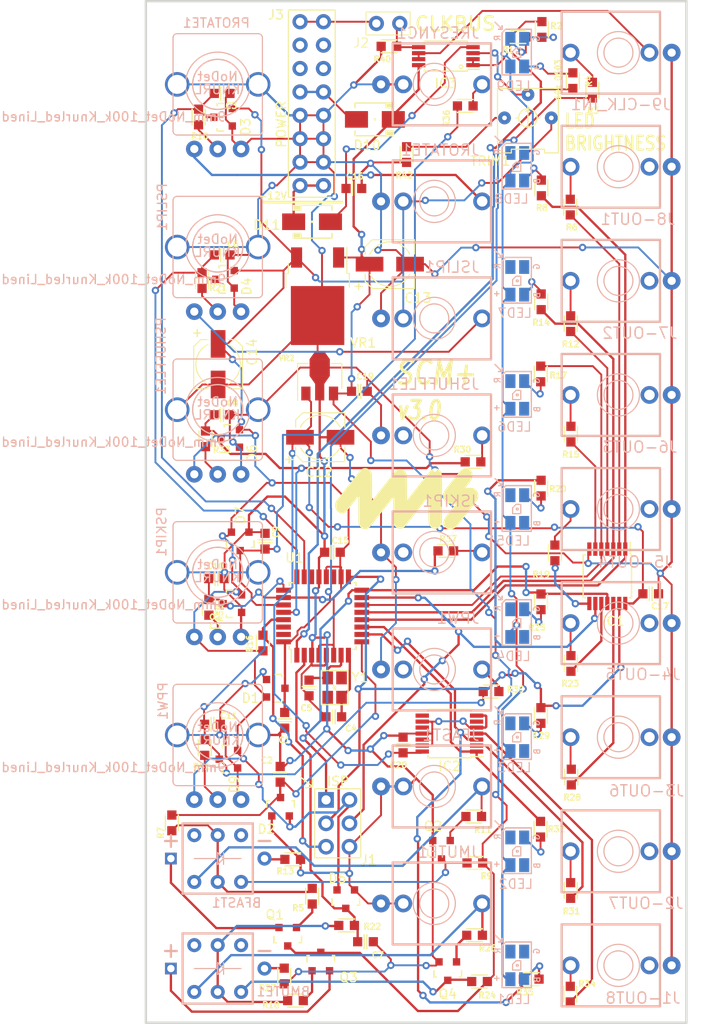
<source format=kicad_pcb>
(kicad_pcb (version 20210722) (generator pcbnew)
  (layers (0 "F.Cu" signal) (31 "B.Cu" signal) (34 "B.Paste" user) (35 "F.Paste" user) (36 "B.SilkS" user "B.Silkscreen") (37 "F.SilkS" user "F.Silkscreen") (38 "B.Mask" user) (39 "F.Mask" user) (44 "Edge.Cuts" user))
  (net 0 "")
  (net 1 "GND")
  (net 2 "+5V")
  (net 3 "Net-(J5-OUT4-Pad1)")
  (net 4 "Net-(BFAST1-Pad8)")
  (net 5 "Net-(BFAST1-Pad7)")
  (net 6 "Net-(BMUTE1-Pad2)")
  (net 7 "Net-(BMUTE1-Pad8)")
  (net 8 "Net-(BMUTE1-Pad7)")
  (net 9 "Net-(JPW1-Pad1)")
  (net 10 "Net-(JRESYNC1-Pad1)")
  (net 11 "Net-(JROTATE1-Pad1)")
  (net 12 "Net-(JSHUFFLE1-Pad1)")
  (net 13 "Net-(JSKIP1-Pad1)")
  (net 14 "Net-(JSLIP1-Pad1)")
  (net 15 "Net-(BFAST1-Pad6)")
  (net 16 "Net-(BFAST1-Pad2)")
  (net 17 "Net-(BFAST1-Pad4)")
  (net 20 "Net-(BMUTE1-Pad6)")
  (net 21 "Net-(BMUTE1-Pad4)")
  (net 24 "/UC_CLK_IN")
  (net 25 "/UC_FAST")
  (net 26 "/UC_ROTATE")
  (net 27 "Net-(C4-Pad1)")
  (net 28 "Net-(C5-Pad1)")
  (net 29 "/UC_SLIP")
  (net 30 "/UC_MUTE")
  (net 31 "/UC_SHUFFLE")
  (net 32 "/UC_SYNC")
  (net 33 "/UC_SKIP")
  (net 34 "/UC_PW")
  (net 35 "+9V")
  (net 36 "+12V")
  (net 37 "-12VA")
  (net 38 "Net-(D10-Pad2)")
  (net 39 "Net-(D11-Pad1)")
  (net 40 "/UC_OUT1")
  (net 41 "Net-(IC1-Pad2)")
  (net 42 "/UC_OUT2")
  (net 43 "Net-(IC1-Pad4)")
  (net 44 "/UC_OUT3")
  (net 45 "Net-(IC1-Pad6)")
  (net 46 "Net-(IC1-Pad8)")
  (net 47 "/UC_OUT4_MOSI")
  (net 48 "/UC_OUT7")
  (net 49 "Net-(IC2-Pad2)")
  (net 50 "/UC_OUT8")
  (net 51 "Net-(IC2-Pad4)")
  (net 53 "/UC_OUT5_MISO")
  (net 54 "/UC_OUT6_SCK")
  (net 55 "/VREF")
  (net 56 "Net-(IC3-Pad3)")
  (net 57 "Net-(IC3-Pad5)")
  (net 58 "/IN-SW")
  (net 59 "Net-(J2-Pad2)")
  (net 65 "Net-(J1-OUT8-Pad1)")
  (net 67 "Net-(J2-OUT7-Pad1)")
  (net 69 "Net-(J3-OUT6-Pad1)")
  (net 71 "Net-(J4-OUT5-Pad1)")
  (net 74 "Net-(J6-OUT3-Pad1)")
  (net 76 "Net-(J7-OUT2-Pad1)")
  (net 78 "Net-(J8-OUT1-Pad1)")
  (net 83 "Net-(LED1-Pad3)")
  (net 85 "Net-(LED2-Pad4)")
  (net 88 "Net-(LED3-Pad4)")
  (net 91 "Net-(LED4-Pad4)")
  (net 94 "Net-(LED5-Pad4)")
  (net 97 "Net-(LED6-Pad4)")
  (net 101 "Net-(LED7-Pad3)")
  (net 104 "Net-(LED8-Pad3)")
  (net 106 "Net-(LED9-Pad4)")
  (net 107 "Net-(LED9-Pad3)")
  (net 108 "Net-(LED9-Pad1)")
  (net 109 "Net-(Q1-Pad1)")
  (net 110 "Net-(Q2-Pad1)")
  (net 111 "Net-(Q3-Pad1)")
  (net 112 "Net-(Q4-Pad1)")
  (net 113 "/UC_LED_IN")
  (net 114 "/RESET")
  (net 115 "Net-(R42-Pad1)")
  (net 120 "Net-(J9-CLK_IN1-Pad1)")
  (net 121 "Net-(IC1-Pad10)")
  (net 122 "Net-(IC1-Pad12)")
  (net 126 "Net-(R41-Pad1)")
  (net 127 "Net-(R10-Pad1)")
  (net 128 "Net-(R33-Pad1)")
  (net 129 "Net-(R38-Pad1)")
  (net 130 "Net-(R21-Pad1)")
  (footprint "4ms_Package_TO:TO-252-2" (layer "F.Cu") (at 18.64 32.02 -90)
    (fp_text reference "VR1")
    (fp_text value "L78M05CDT")
  )
  (footprint "4ms_Resistor:R_0603" (layer "F.Cu") (at 42.86 40.46 -90)
    (fp_text reference "R17")
    (fp_text value "4.7k_0603")
  )
  (footprint "4ms_Connector:Pins_2x08_2.54mm_TH" (layer "F.Cu") (at 18.01 11.12)
    (fp_text reference "J3")
    (fp_text value "POWER")
  )
  (footprint "4ms_Capacitor:C_0603" (layer "F.Cu") (at 54.8 64.32)
    (fp_text reference "C17")
    (fp_text value "0.1uF_0603_16V")
  )
  (footprint "4ms_Crystal:FA-238" (layer "F.Cu") (at 20.49 74.5 90)
    (fp_text reference "Y1")
    (fp_text value "16MHz_18pF_FA238")
  )
  (footprint "4ms_Resistor:R_0603" (layer "F.Cu") (at 46.11 35 90)
    (fp_text reference "R12")
    (fp_text value "1k_0603")
  )
  (footprint "4ms_Resistor:R_0603" (layer "F.Cu") (at 46.07 107.77 90)
    (fp_text reference "R34")
    (fp_text value "1k_0603")
  )
  (footprint "4ms_Resistor:R_0603" (layer "F.Cu") (at 6.1 30.32 90)
    (fp_text reference "R21")
    (fp_text value "470R_0805_350mW")
  )
  (footprint "4ms_Resistor:R_0603" (layer "F.Cu") (at 28.3 16.65 -90)
    (fp_text reference "R42")
    (fp_text value "10k_0603")
  )
  (footprint "4ms_Capacitor:C_0603" (layer "F.Cu") (at 17.71 74.54 -90)
    (fp_text reference "C5")
    (fp_text value "9pF_0603_50V")
  )
  (footprint "4ms_Resistor:R_0603" (layer "F.Cu") (at 21.79 100.31 180)
    (fp_text reference "R22")
    (fp_text value "470R_0805_350mW")
  )
  (footprint "4ms_Resistor:R_0603" (layer "F.Cu") (at 46.18 84.21 90)
    (fp_text reference "R28")
    (fp_text value "1k_0603")
  )
  (footprint "4ms_Package_SOT:SOT23-3_PO132" (layer "F.Cu") (at 8.59 30.19 90)
    (fp_text reference "D4")
    (fp_text value "BAT54S")
  )
  (footprint "4ms_Resistor:R_0603" (layer "F.Cu") (at 32.56 59.66 180)
    (fp_text reference "R37")
    (fp_text value "100k_0603")
  )
  (footprint "4ms_Package_SOT:SOT23-3_PO132" (layer "F.Cu") (at 32.77 105.27 180)
    (fp_text reference "Q4")
    (fp_text value "Si2318")
  )
  (footprint "4ms_Resistor:R_0603" (layer "F.Cu") (at 42.93 20.27 90)
    (fp_text reference "R8")
    (fp_text value "4.7k_0603")
  )
  (footprint "4ms_Package_SOT:SOT23-3_PO132" (layer "F.Cu") (at 32.09 92.1 180)
    (fp_text reference "Q2")
    (fp_text value "Si2318")
  )
  (footprint "4ms_Package_SOT:SOT23-3_PO132" (layer "F.Cu") (at 21.7 97.46 180)
    (fp_text reference "D5")
    (fp_text value "BAT54S")
  )
  (footprint "4ms_Capacitor:C_0603" (layer "F.Cu") (at 7.23 78.48)
    (fp_text reference "C11")
    (fp_text value "1nF_0603_50V")
  )
  (footprint "4ms_Resistor:R_0603" (layer "F.Cu") (at 46.14 71.88 90)
    (fp_text reference "R23")
    (fp_text value "1k_0603")
  )
  (footprint "4ms_Diode:D_SMA" (layer "F.Cu") (at 18.04 23.94)
    (fp_text reference "D11")
    (fp_text value "B140-E3")
  )
  (footprint "4ms_Package_SSOP:TSSOP-14_4.4x5mm_P0.65mm" (layer "F.Cu") (at 32.95 79.49 180)
    (fp_text reference "IC2")
    (fp_text value "40106")
  )
  (footprint "4ms_Resistor:R_0603" (layer "F.Cu") (at 41.83 106.14)
    (fp_text reference "R35")
    (fp_text value "4.7k_0603")
  )
  (footprint "4ms_Capacitor:C_0603" (layer "F.Cu") (at 20.25 59.81 180)
    (fp_text reference "C15")
    (fp_text value "0.1uF_0603_16V")
  )
  (footprint "4ms_Capacitor:C_0603" (layer "F.Cu") (at 22.58 20.33)
    (fp_text reference "C16")
    (fp_text value "0.1uF_0603_16V")
  )
  (footprint "4ms_Resistor:R_0603" (layer "F.Cu") (at 42.91 32.63 90)
    (fp_text reference "R14")
    (fp_text value "4.7k_0603")
  )
  (footprint "4ms_Resistor:R_0603" (layer "F.Cu") (at 35.68 101.38)
    (fp_text reference "R26")
    (fp_text value "100k_0603")
  )
  (footprint "4ms_Capacitor:C_0603" (layer "F.Cu") (at 8.28 27.54)
    (fp_text reference "C6")
    (fp_text value "330pF_0603_35V")
  )
  (footprint "4ms_Resistor:R_0603" (layer "F.Cu") (at 6.39 81 90)
    (fp_text reference "R41")
    (fp_text value "100k_0603")
  )
  (footprint "4ms_Resistor:R_0603" (layer "F.Cu") (at 2.82 89.18 -90)
    (fp_text reference "R7")
    (fp_text value "470R_0805_350mW")
  )
  (footprint "4ms_Resistor:R_0603" (layer "F.Cu") (at 35.71 93.53)
    (fp_text reference "R9")
    (fp_text value "10k_0603")
  )
  (footprint "4ms_Package_SOT:SOT23-3_PO132" (layer "F.Cu") (at 14.62 87.43)
    (fp_text reference "D2")
    (fp_text value "BAT54S")
  )
  (footprint "4ms_Capacitor:C_0603" (layer "F.Cu") (at 27.92 80.73 90)
    (fp_text reference "C20")
    (fp_text value "0.1uF_0603_16V")
  )
  (footprint "4ms_Resistor:R_0603" (layer "F.Cu") (at 44.4 59.88 90)
    (fp_text reference "R19")
    (fp_text value "1k_0603")
  )
  (footprint "4ms_Capacitor:C_0603" (layer "F.Cu") (at 20.4 77.67 180)
    (fp_text reference "C4")
    (fp_text value "9pF_0603_50V")
  )
  (footprint "4ms_Resistor:R_0603" (layer "F.Cu") (at 12.71 69.66 -90)
    (fp_text reference "R16")
    (fp_text value "10k_0603")
  )
  (footprint "4ms_Package_SSOP:TSSOP-14_4.4x5mm_P0.65mm" (layer "F.Cu") (at 50.09 62.42 -90)
    (fp_text reference "IC1")
    (fp_text value "40106")
  )
  (footprint "4ms_Capacitor:C_0603" (layer "F.Cu") (at 7.66 62.67)
    (fp_text reference "C10")
    (fp_text value "1nF_0603_50V")
  )
  (footprint "4ms_Resistor:R_0603" (layer "F.Cu") (at 46.347888 8.62584 90)
    (fp_text reference "R4")
    (fp_text value "10k_0603")
  )
  (footprint "4ms_Capacitor:C_0603" (layer "F.Cu") (at 8.28 10.01)
    (fp_text reference "C3")
    (fp_text value "330pF_0603_35V")
  )
  (footprint "4ms_Capacitor:CP_Elec_5x5.3" (layer "F.Cu") (at 18.93 47.33)
    (fp_text reference "C12")
    (fp_text value "47uF_5x5.3_16V")
  )
  (footprint "4ms_Capacitor:CP_Elec_5x5.3" (layer "F.Cu") (at 7.84 39.4 -90)
    (fp_text reference "C14")
    (fp_text value "47uF_5x5.3_16V")
  )
  (footprint "4ms_Resistor:R_0603" (layer "F.Cu") (at 40.39 3.89)
    (fp_text reference "R1")
    (fp_text value "4.7k_0603")
  )
  (footprint "4ms_Potentiometer:Pot_Trim_7x6.6mm_T73YE" (layer "F.Cu") (at 41.47 12.67)
    (fp_text reference "TRIM1")
    (fp_text value "TrimPot_T73YEt_10k")
  )
  (footprint "4ms_Connector:Pins_2x03_2.54mm_TH" (layer "F.Cu") (at 20.83 89.23)
    (fp_text reference "J1")
    (fp_text value "ISP")
  )
  (footprint "4ms_Resistor:R_0603" (layer "F.Cu") (at 16.24 108.47 180)
    (fp_text reference "R18")
    (fp_text value "100k_0603")
  )
  (footprint "4ms_Resistor:R_0603" (layer "F.Cu") (at 35.59 88.49)
    (fp_text reference "R11")
    (fp_text value "100k_0603")
  )
  (footprint "4ms_Resistor:R_0603" (layer "F.Cu") (at 6.84 65.79 90)
    (fp_text reference "R38")
    (fp_text value "100k_0603")
  )
  (footprint "4ms_Resistor:R_0603" (layer "F.Cu") (at 34.67 11.37 180)
    (fp_text reference "R36")
    (fp_text value "470R_0805_350mW")
  )
  (footprint "4ms_Package_SSOP:TSSOP-8_4.4x3mm_Pitch0.65mm" (layer "F.Cu") (at 32.56 5.97 180)
    (fp_text reference "IC3")
    (fp_text value "TL082")
  )
  (footprint "4ms_Package_SOT:SOT23-3_PO132" (layer "F.Cu") (at 8.38 12.6 90)
    (fp_text reference "D3")
    (fp_text value "BAT54S")
  )
  (footprint "4ms_Resistor:R_0603" (layer "F.Cu") (at 6.47 47.5 90)
    (fp_text reference "R33")
    (fp_text value "100k_0603")
  )
  (footprint "4ms_Resistor:R_0603" (layer "F.Cu") (at 42.89 65.19 -90)
    (fp_text reference "R25")
    (fp_text value "4.7k_0603")
  )
  (footprint "4ms_Resistor:R_0603" (layer "F.Cu") (at 42.9 52.85 -90)
    (fp_text reference "R20")
    (fp_text value "4.7k_0603")
  )
  (footprint "4ms_Package_SOT:SOT23-3_PO132" (layer "F.Cu") (at 15.4 101.54 180)
    (fp_text reference "Q1")
    (fp_text value "Si2318")
  )
  (footprint "4ms_Symbol:4msLogo_15.5x6.6mm" (layer "F.Cu") (at 28.32 53.96)
    (fp_text reference "G***" hide)
    (fp_text value "LOGO" hide)
  )
  (footprint "4ms_Package_SOT:SOT89-3" (layer "F.Cu") (at 18.87 41.1 90)
    (fp_text reference "VR2")
    (fp_text value "UA78L08")
  )
  (footprint "4ms_Resistor:R_0603" (layer "F.Cu") (at 46.11 96.52 90)
    (fp_text reference "R31")
    (fp_text value "1k_0603")
  )
  (footprint "4ms_Resistor:R_0603" (layer "F.Cu") (at 15.94 93.14 180)
    (fp_text reference "R13")
    (fp_text value "470R_0805_350mW")
  )
  (footprint "4ms_Resistor:R_0603" (layer "F.Cu") (at 26.39 4.9 180)
    (fp_text reference "R40")
    (fp_text value "470k_0603")
  )
  (footprint "4ms_Resistor:R_0603" (layer "F.Cu") (at 42.84 89.87 -90)
    (fp_text reference "R32")
    (fp_text value "4.7k_0603")
  )
  (footprint "4ms_Diode:D_SMA" (layer "F.Cu") (at 24.86 12.83 180)
    (fp_text reference "D10")
    (fp_text value "B140-E3")
  )
  (footprint "4ms_Capacitor:CP_Elec_5x5.3" (layer "F.Cu") (at 26.48 28.54)
    (fp_text reference "C13")
    (fp_text value "47uF_5x5.3_16V")
  )
  (footprint "4ms_Package_SOT:SOT23-3_PO132" (layer "F.Cu") (at 9.16 47.46 90)
    (fp_text reference "D6")
    (fp_text value "BAT54S")
  )
  (footprint "4ms_Resistor:R_0603" (layer "F.Cu") (at 5.72 12.57 90)
    (fp_text reference "R10")
    (fp_text value "470R_0805_350mW")
  )
  (footprint "4ms_Resistor:R_0603" (layer "F.Cu") (at 42.88 77.53 -90)
    (fp_text reference "R29")
    (fp_text value "4.7k_0603")
  )
  (footprint "4ms_Resistor:R_0603" (layer "F.Cu") (at 15.02 105.8 90)
    (fp_text reference "R27")
    (fp_text value "470R_0805_350mW")
  )
  (footprint "4ms_Capacitor:C_0603" (layer "F.Cu") (at 14.58 83.91 90)
    (fp_text reference "C2")
    (fp_text value "1nF_0603_50V")
  )
  (footprint "4ms_Capacitor:C_0603" (layer "F.Cu") (at 8.26 44.89)
    (fp_text reference "C8")
    (fp_text value "1nF_0603_50V")
  )
  (footprint "4ms_Package_SOT:SOT23-3_PO132" (layer "F.Cu") (at 14.1 74.57 -90)
    (fp_text reference "D1")
    (fp_text value "BAT54S")
  )
  (footprint "4ms_Resistor:R_0603" (layer "F.Cu") (at 36.22 106.4)
    (fp_text reference "R24")
    (fp_text value "10k_0603")
  )
  (footprint "4ms_Resistor:R_0603" (layer "F.Cu") (at 46.14 46.99 90)
    (fp_text reference "R15")
    (fp_text value "1k_0603")
  )
  (footprint "4ms_Connector:Pins_1x02_2.54mm_TH" (layer "F.Cu") (at 26.29 2.42 -90)
    (fp_text reference "J2")
    (fp_text value "Conn_01x02")
  )
  (footprint "4ms_Package_SOT:SOT23-3_PO132" (layer "F.Cu") (at 10.24 58.63 180)
    (fp_text reference "D7")
    (fp_text value "BAT54S")
  )
  (footprint "4ms_Resistor:R_0603" (layer "F.Cu") (at 37.47 74.93 180)
    (fp_text reference "R39")
    (fp_text value "100k_0603")
  )
  (footprint "4ms_Package_SOT:SOT23-3_PO132" (layer "F.Cu") (at 8.96 82.27 90)
    (fp_text reference "D9")
    (fp_text value "BAT54S")
  )
  (footprint "4ms_Resistor:R_0603" (layer "F.Cu") (at 48.47 9.66 -90)
    (fp_text reference "R3")
    (fp_text value "470R_0805_350mW")
  )
  (footprint "4ms_Resistor:R_0603" (layer "F.Cu") (at 46.07 22.35 90)
    (fp_text reference "R6")
    (fp_text value "1k_0603")
  )
  (footprint "4ms_Capacitor:C_0603" (layer "F.Cu") (at 12.94 58.61 90)
    (fp_text reference "C9")
    (fp_text value "1nF_0603_50V")
  )
  (footprint "4ms_Capacitor:C_0603" (layer "F.Cu") (at 23.84 102.08)
    (fp_text reference "C7")
    (fp_text value "1nF_0603_50V")
  )
  (footprint "4ms_Package_QFP:TQFP-32_7x7mm_P0.8mm" (layer "F.Cu") (at 19.19 66.73 90)
    (fp_text reference "U1")
    (fp_text value "ATMEGA328-AU")
  )
  (footprint "4ms_Resistor:R_0603" (layer "F.Cu") (at 18.06 97.14 90)
    (fp_text reference "R5")
    (fp_text value "100k_0603")
  )
  (footprint "4ms_Capacitor:C_0603" (layer "F.Cu") (at 15.07 78.05 -90)
    (fp_text reference "C1")
    (fp_text value "330pF_0603_35V")
  )
  (footprint "4ms_Resistor:R_0603" (layer "F.Cu") (at 35.51 50 180)
    (fp_text reference "R30")
    (fp_text value "100k_0603")
  )
  (footprint "4ms_Capacitor:C_0603" (layer "F.Cu") (at 23.18 42.34)
    (fp_text reference "C19")
    (fp_text value "0.1uF_0603_16V")
  )
  (footprint "4ms_Package_SOT:SOT23-3_PO132" (layer "F.Cu") (at 9.39 65.39 90)
    (fp_text reference "D8")
    (fp_text value "BAT54S")
  )
  (footprint "4ms_Resistor:R_0603" (layer "F.Cu") (at 42.99 3.07 -90)
    (fp_text reference "R2")
    (fp_text value "4.7k_0603")
  )
  (footprint "4ms_Package_SOT:SOT23-3_PO132" (layer "F.Cu") (at 18.99 104.23)
    (fp_text reference "Q3")
    (fp_text value "Si2318")
  )
  (footprint "4ms_Jack:EighthInch_PJ398SM" (layer "B.Cu") (at 51.308 17.9705)
    (fp_text reference "J8-OUT1")
    (fp_text value "JACK-MONO-SWB" hide)
  )
  (footprint "4ms_Switch:Button_LED_PB61303" (layer "B.Cu") (at 7.7978 93.0529 180)
    (fp_text reference "BFAST1")
    (fp_text value "Button_DPDT_Orange_Latching")
  )
  (footprint "4ms_Jack:EighthInch_PJ398SM" (layer "B.Cu") (at 31.2928 9.0297 180)
    (fp_text reference "JRESYNC1")
    (fp_text value "JRESYNC" hide)
  )
  (footprint "4ms_Jack:EighthInch_PJ398SM" (layer "B.Cu") (at 31.2928 34.4297 180)
    (fp_text reference "JSLIP1")
    (fp_text value "JSLIP" hide)
  )
  (footprint "4ms_Potentiometer:Pot_9mm_Knurl_NoDet" (layer "B.Cu") (at 7.7978 44.3357)
    (fp_text reference "PSHUFFLE1")
    (fp_text value "9mm_NoDet_100k_Knurled_Lined")
  )
  (footprint "4ms_LED:LED_PLCC-4" (layer "B.Cu") (at 40.31742 92.2655 -90)
    (fp_text reference "LED2")
    (fp_text value "GREEN")
  )
  (footprint "4ms_Jack:EighthInch_PJ398SM" (layer "B.Cu") (at 51.308 30.353)
    (fp_text reference "J7-OUT2")
    (fp_text value "JACK-MONO-SWB" hide)
  )
  (footprint "4ms_Jack:EighthInch_PJ398SM" (layer "B.Cu") (at 51.308 42.7355)
    (fp_text reference "J6-OUT3")
    (fp_text value "JACK-MONO-SWB" hide)
  )
  (footprint "4ms_Potentiometer:Pot_9mm_Knurl_NoDet" (layer "B.Cu") (at 7.7978 26.6827)
    (fp_text reference "PSLIP1")
    (fp_text value "9mm_NoDet_100k_Knurled_Lined")
  )
  (footprint "4ms_Potentiometer:Pot_9mm_Knurl_NoDet" (layer "B.Cu") (at 7.7978 79.6417)
    (fp_text reference "PPW1")
    (fp_text value "9mm_NoDet_100k_Knurled_Lined")
  )
  (footprint "4ms_Jack:EighthInch_PJ398SM" (layer "B.Cu") (at 51.308 104.648)
    (fp_text reference "J1-OUT8")
    (fp_text value "JACK-MONO-SWB" hide)
  )
  (footprint "4ms_Jack:EighthInch_PJ398SM" (layer "B.Cu") (at 31.2928 72.5297 180)
    (fp_text reference "JPW1")
    (fp_text value "JPW" hide)
  )
  (footprint "4ms_Jack:EighthInch_PJ398SM" (layer "B.Cu") (at 31.2928 97.9297 180)
    (fp_text reference "JMUTE1")
    (fp_text value "3.5mm_Stereo_SymSmall_0.05" hide)
  )
  (footprint "4ms_Switch:Button_LED_PB61303" (layer "B.Cu") (at 7.7978 104.9909 180)
    (fp_text reference "BMUTE1")
    (fp_text value "Button_DPDT_Orange_Latching")
  )
  (footprint "4ms_Jack:EighthInch_PJ398SM" (layer "B.Cu") (at 51.308 5.588)
    (fp_text reference "J9-CLK_IN1")
    (fp_text value "JCLK_IN" hide)
  )
  (footprint "4ms_Jack:EighthInch_PJ398SM" (layer "B.Cu") (at 31.2928 59.8297 180)
    (fp_text reference "JSKIP1")
    (fp_text value "JSKIP" hide)
  )
  (footprint "4ms_Jack:EighthInch_PJ398SM" (layer "B.Cu") (at 51.308 92.2655)
    (fp_text reference "J2-OUT7")
    (fp_text value "JACK-MONO-SWB" hide)
  )
  (footprint "4ms_Jack:EighthInch_PJ398SM" (layer "B.Cu") (at 51.308 67.5005)
    (fp_text reference "J4-OUT5")
    (fp_text value "JACK-MONO-SWB" hide)
  )
  (footprint "4ms_Jack:EighthInch_PJ398SM" (layer "B.Cu") (at 31.2928 47.1297 180)
    (fp_text reference "JSHUFFLE1")
    (fp_text value "JSHUFFLE" hide)
  )
  (footprint "4ms_Jack:EighthInch_PJ398SM" (layer "B.Cu") (at 31.2928 85.2297 180)
    (fp_text reference "JFAST1")
    (fp_text value "3.5mm_Stereo_SymSmall_0.05" hide)
  )
  (footprint "4ms_LED:LED_PLCC-4" (layer "B.Cu") (at 40.31742 42.7355 -90)
    (fp_text reference "LED6")
    (fp_text value "GREEN")
  )
  (footprint "4ms_Potentiometer:Pot_9mm_Knurl_NoDet" (layer "B.Cu") (at 7.7978 61.9887)
    (fp_text reference "PSKIP1")
    (fp_text value "9mm_NoDet_100k_Knurled_Lined")
  )
  (footprint "4ms_LED:LED_PLCC-4" (layer "B.Cu") (at 40.31742 5.588 -90)
    (fp_text reference "LED9")
    (fp_text value "WHITE")
  )
  (footprint "4ms_Potentiometer:Pot_9mm_Knurl_NoDet" (layer "B.Cu") (at 7.7978 9.0297)
    (fp_text reference "PROTATE1")
    (fp_text value "9mm_NoDet_100k_Knurled_Lined")
  )
  (footprint "4ms_LED:LED_PLCC-4" (layer "B.Cu") (at 40.31742 30.353 -90)
    (fp_text reference "LED7")
    (fp_text value "BLUE")
  )
  (footprint "4ms_LED:LED_PLCC-4" (layer "B.Cu") (at 40.31742 67.5005 -90)
    (fp_text reference "LED4")
    (fp_text value "GREEN")
  )
  (footprint "4ms_Jack:EighthInch_PJ398SM" (layer "B.Cu") (at 51.308 79.883)
    (fp_text reference "J3-OUT6")
    (fp_text value "JACK-MONO-SWB" hide)
  )
  (footprint "4ms_LED:LED_PLCC-4" (layer "B.Cu") (at 40.31742 17.9705 -90)
    (fp_text reference "LED8")
    (fp_text value "BLUE")
  )
  (footprint "4ms_LED:LED_PLCC-4" (layer "B.Cu") (at 40.31742 55.118 -90)
    (fp_text reference "LED5")
    (fp_text value "GREEN")
  )
  (footprint "4ms_LED:LED_PLCC-4" (layer "B.Cu") (at 40.31742 79.883 -90)
    (fp_text reference "LED3")
    (fp_text value "GREEN")
  )
  (footprint "4ms_Jack:EighthInch_PJ398SM" (layer "B.Cu") (at 51.308 55.118)
    (fp_text reference "J5-OUT4")
    (fp_text value "JACK-MONO-SWB" hide)
  )
  (footprint "4ms_Jack:EighthInch_PJ398SM" (layer "B.Cu") (at 31.2928 21.7297 180)
    (fp_text reference "JROTATE1")
    (fp_text value "JROTATE" hide)
  )
  (footprint "4ms_LED:LED_PLCC-4" (layer "B.Cu") (at 40.31742 104.648 -90)
    (fp_text reference "LED1")
    (fp_text value "BLUE")
  )
  (gr_line (start 16.81 84.22) (end 18.09 85.25) (layer "F.SilkS") (width 0.15))
  (gr_line (start 12.73 21.81) (end 21.281326 21.81222) (layer "F.SilkS") (width 0.3))
  (gr_line (start 18.09 85.25) (end 17.33 85.39) (layer "F.SilkS") (width 0.15))
  (gr_line (start 18.09 85.25) (end 18.11 84.39) (layer "F.SilkS") (width 0.15))
  (gr_line (start 58.674 0) (end 58.674 110.871) (layer "Edge.Cuts") (width 0.254))
  (gr_line (start 58.674 110.871) (end 0 110.871) (layer "Edge.Cuts") (width 0.254))
  (gr_line (start 0 0) (end 58.674 0) (layer "Edge.Cuts") (width 0.254))
  (gr_line (start 0 110.871) (end 0 0) (layer "Edge.Cuts") (width 0.254))
  (gr_text "-12V" (at 13.77 21.13) (layer "F.SilkS") (effects (font (size 0.762 0.762))))
  (gr_text "CLKBUS" (at 33.58 2.45) (layer "F.SilkS") (effects (font (size 1.5 1.5) (thickness 0.25))))
  (gr_text "SCM+" (at 26.92 40.35) (layer "F.SilkS") (effects (font (size 2.5 2) (thickness 0.35) italic) (justify left)))
  (gr_text "v3.0" (at 27.05 44.42) (layer "F.SilkS") (effects (font (size 2 1.5) (thickness 0.35) italic) (justify left)))
  (gr_text "ISP" (at 20.85 84.67) (layer "F.SilkS") (effects (font (size 1 1))))
  (gr_text "POWER" (at 14.7 13.36 90) (layer "F.SilkS") (effects (font (size 1 1))))
  (gr_text "LED\nBRIGHTNESS" (at 45.32 14.22) (layer "F.SilkS") (effects (font (size 1.5 1.2) (thickness 0.25)) (justify left)))
  (segment (start 13.7 20) (end 14.21 20) (width 0.2032) (layer "F.Cu") (net 1))
  (segment (start 19.64 79.02) (end 19.64 78.98) (width 0.25) (layer "F.Cu") (net 1))
  (segment (start 25.527 55.027) (end 22.34 51.84) (width 0.2032) (layer "F.Cu") (net 1))
  (segment (start 19.38 69.08) (end 19.68 68.78) (width 0.25) (layer "F.Cu") (net 1))
  (segment (start 13.19 53.77) (end 15.11 53.77) (width 0.25) (layer "F.Cu") (net 1))
  (segment (start 55.65 62.29) (end 55.65 64.32) (width 0.2032) (layer "F.Cu") (net 1))
  (segment (start 27.75 79.71) (end 27.92 79.88) (width 0.25) (layer "F.Cu") (net 1))
  (segment (start 18.07 69.08) (end 19.38 69.08) (width 0.25) (layer "F.Cu") (net 1))
  (segment (start 16.75952 39.7665) (end 12.192163 44.333857) (width 0.2032) (layer "F.Cu") (net 1))
  (segment (start 36.949511 77.614511) (end 36.949511 78.739511) (width 0.25) (layer "F.Cu") (net 1))
  (segment (start 15.11 53.77) (end 19.4 58.06) (width 0.25) (layer "F.Cu") (net 1))
  (segment (start 57.0738 104.648) (end 57.0738 92.2655) (width 0.25) (layer "F.Cu") (net 1))
  (segment (start 48.02 59.59) (end 48.14 59.47) (width 0.2032) (layer "F.Cu") (net 1))
  (segment (start 8.889599 30.438839) (end 9.59076 31.14) (width 0.2032) (layer "F.Cu") (net 1))
  (segment (start 30.3 28.54) (end 31.37 29.61) (width 0.2032) (layer "F.Cu") (net 1))
  (segment (start 28.4703 85.2297) (end 29.34 84.36) (width 0.25) (layer "F.Cu") (net 1))
  (segment (start 18.79 63.62) (end 18.42 63.99) (width 0.25) (layer "F.Cu") (net 1))
  (segment (start 13.67 90.02) (end 13.67 89.21) (width 0.25) (layer "F.Cu") (net 1))
  (segment (start 31.76 78.19) (end 31.79 78.16) (width 0.2032) (layer "F.Cu") (net 1))
  (segment (start 24.03 40.96) (end 30.805275 47.735275) (width 0.2032) (layer "F.Cu") (net 1))
  (segment (start 16.79 93.14) (end 16.79 94.59) (width 0.25) (layer "F.Cu") (net 1))
  (segment (start 21.13 48.5) (end 21.13 47.33) (width 0.2032) (layer "F.Cu") (net 1))
  (segment (start 10.337637 66.393123) (end 10.39076 66.34) (width 0.25) (layer "F.Cu") (net 1))
  (segment (start 12.73 72.77) (end 12.73 73.25076) (width 0.2032) (layer "F.Cu") (net 1))
  (segment (start 19.55 77.67) (end 17.71 75.83) (width 0.2032) (layer "F.Cu") (net 1))
  (segment (start 25.83 79.71) (end 27.75 79.71) (width 0.25) (layer "F.Cu") (net 1))
  (segment (start 18.64 34.12) (end 18.64 39.5365) (width 0.2032) (layer "F.Cu") (net 1))
  (segment (start 10.16076 48.41) (end 9.59186 47.8411) (width 0.2032) (layer "F.Cu") (net 1))
  (segment (start 25.54 6.13) (end 22.57 9.1) (width 0.25) (layer "F.Cu") (net 1))
  (segment (start 9.11 47.501635) (end 9.449465 47.8411) (width 0.2032) (layer "F.Cu") (net 1))
  (segment (start 28.31 79.49) (end 30 79.49) (width 0.2032) (layer "F.Cu") (net 1))
  (segment (start 10.337637 69.000943) (end 10.337637 66.393123) (width 0.25) (layer "F.Cu") (net 1))
  (segment (start 31.09 80.6282) (end 31.09 79.3282) (width 0.2032) (layer "F.Cu") (net 1))
  (segment (start 24.12046 97.9297) (end 22.65 96.45924) (width 0.2032) (layer "F.Cu") (net 1))
  (segment (start 18.07 70.9) (end 17.99 70.98) (width 0.25) (layer "F.Cu") (net 1))
  (segment (start 25.527 31.693) (end 28.68 28.54) (width 0.2032) (layer "F.Cu") (net 1))
  (segment (start 8.08 78.48) (end 8.08 79.58) (width 0.2032) (layer "F.Cu") (net 1))
  (segment (start 47.4 26.73) (end 35.84 26.73) (width 0.2032) (layer "F.Cu") (net 1))
  (segment (start 16.74 14.93) (end 11.44958 14.93) (width 0.2032) (layer "F.Cu") (net 1))
  (segment (start 18.64 34.12) (end 19.12 33.64) (width 0.2032) (layer "F.Cu") (net 1))
  (segment (start 17.71 75.83) (end 17.71 75.39) (width 0.2032) (layer "F.Cu") (net 1))
  (segment (start 29.34 84.36) (end 28.04 83.06) (width 0.25) (layer "F.Cu") (net 1))
  (segment (start 30.949022 80.79) (end 30 80.79) (width 0.25) (layer "F.Cu") (net 1))
  (segment (start 12.192163 79.639857) (end 14.330143 79.639857) (width 0.25) (layer "F.Cu") (net 1))
  (segment (start 14.58 83.06) (end 15.01 83.06) (width 0.2032) (layer "F.Cu") (net 1))
  (segment (start 22.8365 39.7665) (end 18.87 39.7665) (width 0.2032) (layer "F.Cu") (net 1))
  (segment (start 26.26 83.06) (end 24.37 81.17) (width 0.25) (layer "F.Cu") (net 1))
  (segment (start 12.80924 57.62924) (end 12.94 57.76) (width 0.2032) (layer "F.Cu") (net 1))
  (segment (start 28.68 28.54) (end 27.15 27.01) (width 0.2032) (layer "F.Cu") (net 1))
  (segment (start 39.058125 59.928889) (end 37.224116 58.09488) (width 0.2032) (layer "F.Cu") (net 1))
  (segment (start 20.46 21.19) (end 20.46 18.65) (width 0.2032) (layer "F.Cu") (net 1))
  (segment (start 8.08 79.58) (end 8.016457 79.643543) (width 0.2032) (layer "F.Cu") (net 1))
  (segment (start 35.9 77.54) (end 36.875 77.54) (width 0.25) (layer "F.Cu") (net 1))
  (segment (start 11.63938 44.89) (end 12.191837 44.337543) (width 0.2032) (layer "F.Cu") (net 1))
  (segment (start 11.16 41.6) (end 18.64 34.12) (width 0.2032) (layer "F.Cu") (net 1))
  (segment (start 8.889599 27.780401) (end 8.889599 30.438839) (width 0.2032) (layer "F.Cu") (net 1))
  (segment (start 15.07 78.9) (end 14.58 79.39) (width 0.25) (layer "F.Cu") (net 1))
  (segment (start 6.14098 41.6) (end 7.84 41.6) (width 0.2032) (layer "F.Cu") (net 1))
  (segment (start 24.69 102.08) (end 26.59 103.98) (width 0.2032) (layer "F.Cu") (net 1))
  (segment (start 31.14 103.6525) (end 31.14 91.1625) (width 0.2032) (layer "F.Cu") (net 1))
  (segment (start 25.527 97.9297) (end 27.94 97.9297) (width 0.2032) (layer "F.Cu") (net 1))
  (segment (start 34.43 78.14) (end 35.13 78.84) (width 0.2032) (layer "F.Cu") (net 1))
  (segment (start 27.92 79.88) (end 28.31 79.49) (width 0.2032) (layer "F.Cu") (net 1))
  (segment (start 8.08 78.48) (end 8.662941 79.062941) (width 0.2032) (layer "F.Cu") (net 1))
  (segment (start 10.39076 66.34) (end 10.39076 65.73675) (width 0.2032) (layer "F.Cu") (net 1))
  (segment (start 34.03 51.4768) (end 33.8632 51.31) (width 0.2032) (layer "F.Cu") (net 1))
  (segment (start 9.38076 13.55) (end 9.38076 15.085066) (width 0.2032) (layer "F.Cu") (net 1))
  (segment (start 16.74 17.47) (end 19.28 17.47) (width 0.2032) (layer "F.Cu") (net 1))
  (segment (start 11.33638 27.54) (end 12.191837 26.684543) (width 0.2032) (layer "F.Cu") (net 1))
  (segment (start 14.58 79.39) (end 14.58 83.06) (width 0.25) (layer "F.Cu") (net 1))
  (segment (start 8.662941 79.062941) (end 8.662941 81.922181) (width 0.2032) (layer "F.Cu") (net 1))
  (segment (start 48.02 61.02) (end 48.02 59.59) (width 0.2032) (layer "F.Cu") (net 1))
  (segment (start 25.527 34.4297) (end 25.527 31.693) (width 0.2032) (layer "F.Cu") (net 1))
  (segment (start 16.74 14.93) (end 16.74 17.47) (width 0.2032) (layer "F.Cu") (net 1))
  (segment (start 31.82 51.31) (end 31.38 50.87) (width 0.2032) (layer "F.Cu") (net 1))
  (segment (start 22.1 91.77) (end 22.1 94.67) (width 0.2032) (layer "F.Cu") (net 1))
  (segment (start 19.4 59.81) (end 18.79 60.42) (width 0.25) (layer "F.Cu") (net 1))
  (segment (start 8.679599 10.460401) (end 8.679599 12.848839) (width 0.2032) (layer "F.Cu") (net 1))
  (segment (start 18.87 39.7665) (end 16.75952 39.7665) (width 0.2032) (layer "F.Cu") (net 1))
  (segment (start 8.549457 61.990543) (end 8.549457 59.916441) (width 0.2032) (layer "F.Cu") (net 1))
  (segment (start 19.28 17.47) (end 19.28 14.93) (width 0.2032) (layer "F.Cu") (net 1))
  (segment (start 31.14 91.1625) (end 31.14 86.16) (width 0.25) (layer "F.Cu") (net 1))
  (segment (start 57.0738 55.118) (end 57.0738 60.8662) (width 0.25) (layer "F.Cu") (net 1))
  (segment (start 19.12 33.64) (end 19.12 27.07) (width 0.2032) (layer "F.Cu") (net 1))
  (segment (start 16.79 93.14) (end 13.67 90.02) (width 0.25) (layer "F.Cu") (net 1))
  (segment (start 11.19 55.77) (end 13.19 53.77) (width 0.25) (layer "F.Cu") (net 1))
  (segment (start 31.82 104.3325) (end 31.14 103.6525) (width 0.2032) (layer "F.Cu") (net 1))
  (segment (start 31.09 79.3282) (end 30.9282 79.49) (width 0.2032) (layer "F.Cu") (net 1))
  (segment (start 8.662941 81.922181) (end 9.96076 83.22) (width 0.2032) (layer "F.Cu") (net 1))
  (segment (start 8.679599 12.848839) (end 9.38076 13.55) (width 0.2032) (layer "F.Cu") (net 1))
  (segment (start 16.908889 73.061111) (end 17.94 72.03) (width 0.2032) (layer "F.Cu") (net 1))
  (segment (start 9.13 10.01) (end 8.679599 10.460401) (width 0.2032) (layer "F.Cu") (net 1))
  (segment (start 25.527 59.8297) (end 25.527 55.027) (width 0.2032) (layer "F.Cu") (net 1))
  (segment (start 19.59 71.904022) (end 19.59 70.98) (width 0.25) (layer "F.Cu") (net 1))
  (segment (start 23.43 18.56) (end 24.39 17.6) (width 0.25) (layer "F.Cu") (net 1))
  (segment (start 24.03 40.96) (end 22.8365 39.7665) (width 0.2032) (layer "F.Cu") (net 1))
  (segment (start 9.96076 86.277066) (end 10.337637 86.653943) (width 0.2032) (layer "F.Cu") (net 1))
  (segment (start 9.11 44.89) (end 9.11 47.501635) (width 0.2032) (layer "F.Cu") (net 1))
  (segment (start 30 78.19) (end 30.9282 78.19) (width 0.2032) (layer "F.Cu") (net 1))
  (segment (start 19.38 49.94) (end 18.87 49.43) (width 0.25) (layer "F.Cu") (net 1))
  (segment (start 18.79 62.48) (end 18.79 63.62) (width 0.25) (layer "F.Cu") (net 1))
  (segment (start 23.43 20.33) (end 23.43 18.56) (width 0.25) (layer "F.Cu") (net 1))
  (segment (start 35.84 26.73) (end 35.82 26.75) (width 0.2032) (layer "F.Cu") (net 1))
  (segment (start 28.3 17.5) (end 24.49 17.5) (width 0.2032) (layer "F.Cu") (net 1))
  (segment (start 18.87 49.43) (end 18.87 47.33) (width 0.25) (layer "F.Cu") (net 1))
  (segment (start 30.805275 47.735275) (end 30.805275 49.444918) (width 0.2032) (layer "F.Cu") (net 1))
  (segment (start 19.389511 72.104511) (end 19.59 71.904022) (width 0.25) (layer "F.Cu") (net 1))
  (segment (start 30.9282 78.19) (end 31.09 78.3518) (width 0.2032) (layer "F.Cu") (net 1))
  (segment (start 34.03 52.99) (end 37.01 55.97) (width 0.2032) (layer "F.Cu") (net 1))
  (segment (start 10.836658 57.62924) (end 11.19 57.62924) (width 0.2032) (layer "F.Cu") (net 1))
  (segment (start 36.875 77.54) (end 36.949511 77.614511) (width 0.25) (layer "F.Cu") (net 1))
  (segment (start 55.84 62.1) (end 57.0738 63.3338) (width 0.2032) (layer "F.Cu") (net 1))
  (segment (start 16.57 105.32) (end 15.24 106.65) (width 0.2032) (layer "F.Cu") (net 1))
  (segment (start 25.527 59.8297) (end 27.14 61.4427) (width 0.2032) (layer "F.Cu") (net 1))
  (segment (start 15.01 83.06) (end 15.65 82.42) (width 0.2032) (layer "F.Cu") (net 1))
  (segment (start 25.527 97.9297) (end 24.12046 97.9297) (width 0.2032) (layer "F.Cu") (net 1))
  (segment (start 16.79 94.59) (end 16.8 94.6) (width 0.25) (layer "F.Cu") (net 1))
  (segment (start 18.79 60.42) (end 18.79 62.48) (width 0.25) (layer "F.Cu") (net 1))
  (segment (start 22.1 91.77) (end 25.527 88.343) (width 0.2032) (layer "F.Cu") (net 1))
  (segment (start 30.9282 79.49) (end 30 79.49) (width 0.2032) (layer "F.Cu") (net 1))
  (segment (start 9.96076 83.22) (end 9.96076 86.277066) (width 0.2032) (layer "F.Cu") (net 1))
  (segment (start 26.59 103.98) (end 26.59 104.64) (width 0.2032) (layer "F.Cu") (net 1))
  (segment (start 30.42 104.67) (end 31.4825 104.67) (width 0.2032) (layer "F.Cu") (net 1))
  (segment (start 17.99 70.98) (end 17.99 72.03) (width 0.25) (layer "F.Cu") (net 1))
  (segment (start 27.15 27.01) (end 25.19 27.01) (width 0.2032) (layer "F.Cu") (net 1))
  (segment (start 21.95 81.33) (end 19.64 79.02) (width 0.25) (layer "F.Cu") (net 1))
  (segment (start 25.527 43.837) (end 24.03 42.34) (width 0.2032) (layer "F.Cu") (net 1))
  (segment (start 31.09 78.3518) (end 31.09 79.3282) (width 0.2032) (layer "F.Cu") (net 1))
  (segment (start 20.46 18.65) (end 19.28 17.47) (width 0.2032) (layer "F.Cu") (net 1))
  (segment (start 27.14 61.4427) (end 27.14 62.78) (width 0.2032) (layer "F.Cu") (net 1))
  (segment (start 13.67 89.21) (end 13.67 88.43076) (width 0.25) (layer "F.Cu") (net 1))
  (segment (start 36.849022 78.84) (end 35.9 78.84) (width 0.25) (layer "F.Cu") (net 1))
  (segment (start 11.44958 14.93) (end 10.337637 16.041943) (width 0.2032) (layer "F.Cu") (net 1))
  (segment (start 8.51 63.85599) (end 8.51 62.67) (width 0.2032) (layer "F.Cu") (net 1))
  (segment (start 36.949511 78.739511) (end 36.849022 78.84) (width 0.25) (layer "F.Cu") (net 1))
  (segment (start 34.03 52.18) (end 34.03 52.99) (width 0.2032) (layer "F.Cu") (net 1))
  (segment (start 16.908889 74.588889) (end 16.908889 73.061111) (width 0.2032) (layer "F.Cu") (net 1))
  (segment (start 17.94 72.03) (end 17.99 72.03) (width 0.2032) (layer "F.Cu") (net 1))
  (segment (start 22.1 94.67) (end 22.1 95.90924) (width 0.2032) (layer "F.Cu") (net 1))
  (segment (start 14.330143 79.639857) (end 15.07 78.9) (width 0.25) (layer "F.Cu") (net 1))
  (segment (start 19.4 59.81) (end 19.4 58.06) (width 0.25) (layer "F.Cu") (net 1))
  (segment (start 30 78.19) (end 31.76 78.19) (width 0.2032) (layer "F.Cu") (net 1))
  (segment (start 47.93 60.93) (end 46.36 60.93) (width 0.2032) (layer "F.Cu") (net 1))
  (segment (start 21.13 47.33) (end 18.87 47.33) (width 0.25) (layer "F.Cu") (net 1))
  (segment (start 8.08 78.48) (end 8.08 76.76) (width 0.2032) (layer "F.Cu") (net 1))
  (segment (start 17.71 75.39) (end 16.908889 74.588889) (width 0.2032) (layer "F.Cu") (net 1))
  (segment (start 33.8632 51.31) (end 31.82 51.31) (width 0.2032) (layer "F.Cu") (net 1))
  (segment (start 48.02 61.02) (end 47.93 60.93) (width 0.2032) (layer "F.Cu") (net 1))
  (segment (start 9.13 27.54) (end 8.889599 27.780401) (width 0.2032) (layer "F.Cu") (net 1))
  (segment (start 34.03 52.18) (end 34.03 51.4768) (width 0.2032) (layer "F.Cu") (net 1))
  (segment (start 3.403437 44.337543) (end 6.14098 41.6) (width 0.2032) (layer "F.Cu") (net 1))
  (segment (start 57.0738 60.8662) (end 55.84 62.1) (width 0.25) (layer "F.Cu") (net 1))
  (segment (start 30 80.79) (end 30.9282 80.79) (width 0.2032) (layer "F.Cu") (net 1))
  (segment (start 35.13 78.84) (end 35.9 78.84) (width 0.2032) (layer "F.Cu") (net 1))
  (segment (start 31.4825 104.67) (end 31.82 104.3325) (width 0.2032) (layer "F.Cu") (net 1))
  (segment (start 30.9282 80.79) (end 31.09 80.6282) (width 0.2032) (layer "F.Cu") (net 1))
  (segment (start 57.0738 92.2655) (end 57.0738 79.883) (width 0.25) (layer "F.Cu") (net 1))
  (segment (start 19.28 14.93) (end 19.28 12.39) (width 0.2032) (layer "F.Cu") (net 1))
  (segment (start 57.0738 30.353) (end 57.0738 42.7355) (width 0.25) (layer "F.Cu") (net 1))
  (segment (start 22.16 49.53) (end 21.13 48.5) (width 0.2032) (layer "F.Cu") (net 1))
  (segment (start 16.74 12.39) (end 19.28 12.39) (width 0.2032) (layer "F.Cu") (net 1))
  (segment (start 14.21 20) (end 16.74 17.47) (width 0.2032) (layer "F.Cu") (net 1))
  (segment (start 57.0738 67.5005) (end 57.0738 79.883) (width 0.25) (layer "F.Cu") (net 1))
  (segment (start 25.527 47.1297) (end 25.527 43.837) (width 0.2032) (layer "F.Cu") (net 1))
  (segment (start 18.064511 72.104511) (end 19.389511 72.104511) (width 0.25) (layer "F.Cu") (net 1))
  (segment (start 31.14 86.16) (end 29.34 84.36) (width 0.25) (layer "F.Cu") (net 1))
  (segment (start 57.0738 5.588) (end 57.0738 17.9705) (width 0.25) (layer "F.Cu") (net 1))
  (segment (start 8.08 76.76) (end 10.78 74.06) (width 0.2032) (layer "F.Cu") (net 1))
  (segment (start 11.19 57.62924) (end 12.80924 57.62924) (width 0.2032) (layer "F.Cu") (net 1))
  (segment (start 18.07 69.08) (end 18.07 70.9) (width 0.25) (layer "F.Cu") (net 1))
  (segment (start 10.39076 65.73675) (end 8.51 63.85599) (width 0.2032) (layer "F.Cu") (net 1))
  (segment (start 57.0738 17.9705) (end 57.0738 30.353) (width 0.25) (layer "F.Cu") (net 1))
  (segment (start 18.87 47.33) (end 18.87 42.4335) (width 0.25) (layer "F.Cu") (net 1))
  (segment (start 16.74 12.39) (end 16.74 14.93) (width 0.2032) (layer "F.Cu") (net 1))
  (segment (start 9.59186 47.8411) (end 9.449465 47.8411) (width 0.2032) (layer "F.Cu") (net 1))
  (segment (start 57.0738 63.3338) (end 57.0738 67.5005) (width 0.2032) (layer "F.Cu") (net 1))
  (segment (start 55.84 62.1) (end 55.65 62.29) (width 0.2032) (layer "F.Cu") (net 1))
  (segment (start 17.99 72.03) (end 18.064511 72.104511) (width 0.25) (layer "F.Cu") (net 1))
  (segment (start 11.19 55.77) (end 11.19 57.62924) (width 0.25) (layer "F.Cu") (net 1))
  (segment (start 24.03 42.34) (end 24.03 40.96) (width 0.2032) (layer "F.Cu") (net 1))
  (segment (start 22.1 95.90924) (end 22.65 96.45924) (width 0.2032) (layer "F.Cu") (net 1))
  (segment (start 8.51 62.03) (end 8.549457 61.990543) (width 0.2032) (layer "F.Cu") (net 1))
  (segment (start 16.74 14.93) (end 19.28 14.93) (width 0.2032) (layer "F.Cu") (net 1))
  (segment (start 28.68 28.54) (end 30.3 28.54) (width 0.2032) (layer "F.Cu") (net 1))
  (segment (start 27.94 85.2297) (end 28.4703 85.2297) (width 0.25) (layer "F.Cu") (net 1))
  (segment (start 9.11 44.89) (end 11.63938 44.89) (width 0.2032) (layer "F.Cu") (net 1))
  (segment (start 25.54 4.9) (end 25.54 6.13) (width 0.25) (layer "F.Cu") (net 1))
  (segment (start 46.36 60.93) (end 45.358889 59.928889) (width 0.2032) (layer "F.Cu") (net 1))
  (segment (start 25.527 88.343) (end 25.527 85.2297) (width 0.2032) (layer "F.Cu") (net 1))
  (segment (start 7.84 41.6) (end 11.16 41.6) (width 0.2032) (layer "F.Cu") (net 1))
  (segment (start 15.24 106.65) (end 15.02 106.65) (width 0.2032) (layer "F.Cu") (net 1))
  (segment (start 9.59076 32.948066) (end 10.337637 33.694943) (width 0.2032) (layer "F.Cu") (net 1))
  (segment (start 8.549457 59.916441) (end 10.836658 57.62924) (width 0.2032) (layer "F.Cu") (net 1))
  (segment (start 45.358889 59.928889) (end 39.058125 59.928889) (width 0.2032) (layer "F.Cu") (net 1))
  (segment (start 25.527 9.0297) (end 27.94 9.0297) (width 0.25) (layer "F.Cu") (net 1))
  (segment (start 24.49 17.5) (end 24.39 17.6) (width 0.2032) (layer "F.Cu") (net 1))
  (segment (start 9.38076 15.085066) (end 10.337637 16.041943) (width 0.2032) (layer "F.Cu") (net 1))
  (segment (start 8.51 62.67) (end 8.51 62.03) (width 0.2032) (layer "F.Cu") (net 1))
  (segment (start 57.0738 55.118) (end 57.0738 42.7355) (width 0.25) (layer "F.Cu") (net 1))
  (segment (start 9.13 27.54) (end 11.33638 27.54) (width 0.2032) (layer "F.Cu") (net 1))
  (segment (start 18.64 39.5365) (end 18.87 39.7665) (width 0.2032) (layer "F.Cu") (net 1))
  (segment (start 28.04 83.06) (end 26.26 83.06) (width 0.25) (layer "F.Cu") (net 1))
  (segment (start 9.59076 31.14) (end 9.59076 32.948066) (width 0.2032) (layer "F.Cu") (net 1))
  (via (at 30.805275 49.444918) (size 0.8) (drill 0.4) (layers "F.Cu" "B.Cu") (net 1))
  (via (at 15.65 82.42) (size 0.8) (drill 0.4) (layers "F.Cu" "B.Cu") (net 1))
  (via (at 37.224116 58.09488) (size 0.8) (drill 0.4) (layers "F.Cu" "B.Cu") (net 1))
  (via (at 35.82 26.75) (size 0.8) (drill 0.4) (layers "F.Cu" "B.Cu") (net 1))
  (via (at 13.7 20) (size 0.8) (drill 0.4) (layers "F.Cu" "B.Cu") (net 1))
  (via (at 25.19 27.01) (size 0.8) (drill 0.4) (layers "F.Cu" "B.Cu") (net 1))
  (via (at 22.34 51.84) (size 0.8) (drill 0.4) (layers "F.Cu" "B.Cu") (net 1))
  (via (at 9.449465 47.8411) (size 0.8) (drill 0.4) (layers "F.Cu" "B.Cu") (net 1))
  (via (at 31.37 29.61) (size 0.8) (drill 0.4) (layers "F.Cu" "B.Cu") (net 1))
  (via (at 47.4 26.73) (size 0.8) (drill 0.4) (layers "F.Cu" "B.Cu") (net 1))
  (via (at 19.64 78.98) (size 0.8) (drill 0.4) (layers "F.Cu" "B.Cu") (net 1))
  (via (at 26.59 104.64) (size 0.8) (drill 0.4) (layers "F.Cu" "B.Cu") (net 1))
  (via (at 19.12 27.07) (size 0.8) (drill 0.4) (layers "F.Cu" "B.Cu") (net 1))
  (via (at 31.38 50.87) (size 0.8) (drill 0.4) (layers "F.Cu" "B.Cu") (net 1))
  (via (at 27.14 62.78) (size 0.8) (drill 0.4) (layers "F.Cu" "B.Cu") (net 1))
  (via (at 21.95 81.33) (size 0.8) (drill 0.4) (layers "F.Cu" "B.Cu") (net 1))
  (via (at 24.39 17.6) (size 0.8) (drill 0.4) (layers "F.Cu" "B.Cu") (net 1))
  (via (at 37.01 55.97) (size 0.8) (drill 0.4) (layers "F.Cu" "B.Cu") (net 1))
  (via (at 24.37 81.17) (size 0.8) (drill 0.4) (layers "F.Cu" "B.Cu") (net 1))
  (via (at 8.549457 61.990543) (size 0.8) (drill 0.4) (layers "F.Cu" "B.Cu") (net 1))
  (via (at 16.8 94.6) (size 0.8) (drill 0.4) (layers "F.Cu" "B.Cu") (net 1))
  (via (at 8.016457 79.643543) (size 0.8) (drill 0.4) (layers "F.Cu" "B.Cu") (net 1))
  (via (at 25.83 79.71) (size 0.8) (drill 0.4) (layers "F.Cu" "B.Cu") (net 1))
  (via (at 18.42 63.99) (size 0.8) (drill 0.4) (layers "F.Cu" "B.Cu") (net 1))
  (via (at 31.79 78.16) (size 0.8) (drill 0.4) (layers "F.Cu" "B.Cu") (net 1))
  (via (at 48.02 61.02) (size 0.8) (drill 0.4) (layers "F.Cu" "B.Cu") (net 1))
  (via (at 34.43 78.14) (size 0.8) (drill 0.4) (layers "F.Cu" "B.Cu") (net 1))
  (via (at 19.4 58.06) (size 0.8) (drill 0.4) (layers "F.Cu" "B.Cu") (net 1))
  (via (at 22.57 9.1) (size 0.8) (drill 0.4) (layers "F.Cu" "B.Cu") (net 1))
  (via (at 12.73 72.77) (size 0.8) (drill 0.4) (layers "F.Cu" "B.Cu") (net 1))
  (via (at 18.07 69.08) (size 0.8) (drill 0.4) (layers "F.Cu" "B.Cu") (net 1))
  (via (at 22.16 49.53) (size 0.8) (drill 0.4) (layers "F.Cu" "B.Cu") (net 1))
  (via (at 19.38 49.94) (size 0.8) (drill 0.4) (layers "F.Cu" "B.Cu") (net 1))
  (via (at 20.46 21.19) (size 0.8) (drill 0.4) (layers "F.Cu" "B.Cu") (net 1))
  (via (at 16.57 105.32) (size 0.8) (drill 0.4) (layers "F.Cu" "B.Cu") (net 1))
  (via (at 22.1 94.67) (size 0.8) (drill 0.4) (layers "F.Cu" "B.Cu") (net 1))
  (via (at 30.42 104.67) (size 0.8) (drill 0.4) (layers "F.Cu" "B.Cu") (net 1))
  (via (at 55.84 62.1) (size 0.8) (drill 0.4) (layers "F.Cu" "B.Cu") (net 1))
  (via (at 10.78 74.06) (size 0.8) (drill 0.4) (layers "F.Cu" "B.Cu") (net 1))
  (via (at 19.68 68.78) (size 0.8) (drill 0.4) (layers "F.Cu" "B.Cu") (net 1))
  (segment (start 11.44 74.06) (end 12.73 72.77) (width 0.2032) (layer "B.Cu") (net 1))
  (segment (start 8.549457 61.990543) (end 12.191837 61.990543) (width 0.2032) (layer "B.Cu") (net 1))
  (segment (start 12.191837 26.684543) (end 12.191837 21.508163) (width 0.2032) (layer "B.Cu") (net 1))
  (segment (start 22.6403 9.0297) (end 25.527 9.0297) (width 0.2032) (layer "B.Cu") (net 1))
  (segment (start 26.59 104.64) (end 30.39 104.64) (width 0.2032) (layer "B.Cu") (net 1))
  (segment (start 18.42 68.73) (end 18.07 69.08) (width 0.25) (layer "B.Cu") (net 1))
  (segment (start 37.224116 56.184116) (end 37.224116 58.09488) (width 0.2032) (layer "B.Cu") (net 1))
  (segment (start 27.14 67.5) (end 25.527 69.113) (width 0.2032) (layer "B.Cu") (net 1))
  (segment (start 3.403437 61.990543) (end 8.549457 61.990543) (width 0.2032) (layer "B.Cu") (net 1))
  (segment (start 22.57 9.1) (end 22.6403 9.0297) (width 0.2032) (layer "B.Cu") (net 1))
  (segment (start 19.68 68.78) (end 19.68 78.997388) (width 0.25) (layer "B.Cu") (net 1))
  (segment (start 25.527 18.737) (end 24.39 17.6) (width 0.2032) (layer "B.Cu") (net 1))
  (segment (start 22.16 49.53) (end 22.16 51.66) (width 0.2032) (layer "B.Cu") (net 1))
  (segment (start 53.4508 26.73) (end 57.0738 30.353) (width 0.2032) (layer "B.Cu") (net 1))
  (segment (start 37.01 55.97) (end 37.224116 56.184116) (width 0.2032) (layer "B.Cu") (net 1))
  (segment (start 16.8 94.6) (end 22.03 94.6) (width 0.25) (layer "B.Cu") (net 1))
  (segment (start 22.03 94.6) (end 22.1 94.67) (width 0.25) (layer "B.Cu") (net 1))
  (segment (start 16.74 12.39) (end 15.550294 12.39) (width 0.25) (layer "B.Cu") (net 1))
  (segment (start 48.02 61.02) (end 54.76 61.02) (width 0.2032) (layer "B.Cu") (net 1))
  (segment (start 30.39 104.64) (end 30.42 104.67) (width 0.2032) (layer "B.Cu") (net 1))
  (segment (start 25.91 105.32) (end 16.57 105.32) (width 0.2032) (layer "B.Cu") (net 1))
  (segment (start 19.4 58.06) (end 19.38 58.04) (width 0.25) (layer "B.Cu") (net 1))
  (segment (start 21.95 81.33) (end 24.21 81.33) (width 0.25) (layer "B.Cu") (net 1))
  (segment (start 8.016457 79.643543) (end 12.191837 79.643543) (width 0.2032) (layer "B.Cu") (net 1))
  (segment (start 16.2 82.42) (end 19.64 78.98) (width 0.2032) (layer "B.Cu") (net 1))
  (segment (start 19.77 21.19) (end 20.46 21.19) (width 0.2032) (layer "B.Cu") (net 1))
  (segment (start 19.28 12.39) (end 22.57 9.1) (width 0.2032) (layer "B.Cu") (net 1))
  (segment (start 5.333543 79.643543) (end 8.016457 79.643543) (width 0.2032) (layer "B.Cu") (net 1))
  (segment (start 31.37 29.61) (end 34.23 26.75) (width 0.2032) (layer "B.Cu") (net 1))
  (segment (start 34.23 26.75) (end 35.82 26.75) (width 0.2032) (layer "B.Cu") (net 1))
  (segment (start 19.38 58.04) (end 19.38 49.94) (width 0.25) (layer "B.Cu") (net 1))
  (segment (start 15.550294 12.39) (end 12.191837 9.031543) (width 0.25) (layer "B.Cu") (net 1))
  (segment (start 10.78 74.06) (end 11.44 74.06) (width 0.2032) (layer "B.Cu") (net 1))
  (segment (start 25.19 27.01) (end 25.527 26.673) (width 0.2032) (layer "B.Cu") (net 1))
  (segment (start 25.527 21.7297) (end 25.527 18.737) (width 0.2032) (layer "B.Cu") (net 1))
  (segment (start 24.26 17.47) (end 24.39 17.6) (width 0.2032) (layer "B.Cu") (net 1))
  (segment (start 3.403437 26.684543) (end 12.191837 26.684543) (width 0.2032) (layer "B.Cu") (net 1))
  (segment (start 18.42 63.99) (end 18.42 68.73) (width 0.25) (layer "B.Cu") (net 1))
  (segment (start 30.805275 49.444918) (end 30.805275 50.295275) (width 0.2032) (layer "B.Cu") (net 1))
  (segment (start 31.79 78.16) (end 34.41 78.16) (width 0.2032) (layer "B.Cu") (net 1))
  (segment (start 24.37 81.17) (end 25.83 79.71) (width 0.25) (layer "B.Cu") (net 1))
  (segment (start 12.191837 21.508163) (end 13.7 20) (width 0.2032) (layer "B.Cu") (net 1))
  (segment (start 10.337637 48.729272) (end 10.337637 51.347943) (width 0.2032) (layer "B.Cu") (net 1))
  (segment (start 19.28 17.47) (end 24.26 17.47) (width 0.2032) (layer "B.Cu") (net 1))
  (segment (start 15.65 82.42) (end 16.2 82.42) (width 0.2032) (layer "B.Cu") (net 1))
  (segment (start 3.403437 9.031543) (end 12.191837 9.031543) (width 0.2032) (layer "B.Cu") (net 1))
  (segment (start 54.76 61.02) (end 55.84 62.1) (width 0.2032) (layer "B.Cu") (net 1))
  (segment (start 18.03 25.98) (end 18.03 22.93) (width 0.2032) (layer "B.Cu") (net 1))
  (segment (start 9.449465 47.8411) (end 10.337637 48.729272) (width 0.2032) (layer "B.Cu") (net 1))
  (segment (start 18.03 22.93) (end 19.77 21.19) (width 0.2032) (layer "B.Cu") (net 1))
  (segment (start 24.21 81.33) (end 24.37 81.17) (width 0.25) (layer "B.Cu") (net 1))
  (segment (start 25.527 69.113) (end 25.527 72.5297) (width 0.2032) (layer "B.Cu") (net 1))
  (segment (start 34.41 78.16) (end 34.43 78.14) (width 0.2032) (layer "B.Cu") (net 1))
  (segment (start 22.16 51.66) (end 22.34 51.84) (width 0.2032) (layer "B.Cu") (net 1))
  (segment (start 30.805275 50.295275) (end 31.38 50.87) (width 0.2032) (layer "B.Cu") (net 1))
  (segment (start 47.4 26.73) (end 53.4508 26.73) (width 0.2032) (layer "B.Cu") (net 1))
  (segment (start 3.403437 79.643543) (end 5.333543 79.643543) (width 0.2032) (layer "B.Cu") (net 1))
  (segment (start 27.94 85.2297) (end 25.527 85.2297) (width 0.25) (layer "B.Cu") (net 1))
  (segment (start 19.12 27.07) (end 18.03 25.98) (width 0.2032) (layer "B.Cu") (net 1))
  (segment (start 26.59 104.64) (end 25.91 105.32) (width 0.2032) (layer "B.Cu") (net 1))
  (segment (start 25.527 26.673) (end 25.527 21.7297) (width 0.2032) (layer "B.Cu") (net 1))
  (segment (start 27.14 62.78) (end 27.14 67.5) (width 0.2032) (layer "B.Cu") (net 1))
  (segment (start 10.39076 64.44) (end 10.138864 64.44) (width 0.2032) (layer "F.Cu") (net 2))
  (segment (start 20.75 96.45924) (end 20.9 96.30924) (width 0.25) (layer "F.Cu") (net 2))
  (segment (start 9.41 63.1) (end 9.37 63.1) (width 0.2032) (layer "F.Cu") (net 2))
  (segment (start 30.33 21.62) (end 30.2203 21.7297) (width 0.2032) (layer "F.Cu") (net 2))
  (segment (start 9.4 38.76) (end 7.84 37.2) (width 0.2032) (layer "F.Cu") (net 2))
  (segment (start 10.16076 45.85924) (end 10.38 45.64) (width 0.2032) (layer "F.Cu") (net 2))
  (segment (start 10.16076 46.51) (end 10.16076 45.85924) (width 0.2032) (layer "F.Cu") (net 2))
  (segment (start 12.25804 83.87588) (end 10.592816 82.210656) (width 0.2032) (layer "F.Cu") (net 2))
  (segment (start 20.39 64.761508) (end 21.19 63.961508) (width 0.2032) (layer "F.Cu") (net 2))
  (segment (start 21.19 63.961508) (end 21.19 62.48) (width 0.2032) (layer "F.Cu") (net 2))
  (segment (start 10.39076 64.44) (end 10.39076 64.08076) (width 0.2032) (layer "F.Cu") (net 2))
  (segment (start 9.96076 78.65848) (end 13.09924 75.52) (width 0.2032) (layer "F.Cu") (net 2))
  (segment (start 6.766694 70.51) (end 5.257637 69.000943) (width 0.2032) (layer "F.Cu") (net 2))
  (segment (start 14.94 29.24) (end 16.36 27.82) (width 0.2032) (layer "F.Cu") (net 2))
  (segment (start 12.71 70.51) (end 11.84 71.38) (width 0.2032) (layer "F.Cu") (net 2))
  (segment (start 20.9 88.54) (end 22.1 87.34) (width 0.25) (layer "F.Cu") (net 2))
  (segment (start 14.67 29.24) (end 14.94 29.24) (width 0.2032) (layer "F.Cu") (net 2))
  (segment (start 9.4 38.89) (end 9.4 38.76) (width 0.2032) (layer "F.Cu") (net 2))
  (segment (start 18.79 70.98) (end 18.79 69.9768) (width 0.2032) (layer "F.Cu") (net 2))
  (segment (start 9.96076 81.5786) (end 10.592816 82.210656) (width 0.2032) (layer "F.Cu") (net 2))
  (segment (start 20.39 69.9768) (end 20.39 70.98) (width 0.2032) (layer "F.Cu") (net 2))
  (segment (start 8.87924 58.04) (end 9.29 57.62924) (width 0.2032) (layer "F.Cu") (net 2))
  (segment (start 18.9168 69.85) (end 20.2632 69.85) (width 0.2032) (layer "F.Cu") (net 2))
  (segment (start 38.2 19.73) (end 36.46 19.73) (width 0.2032) (layer "F.Cu") (net 2))
  (segment (start 22 54.26) (end 20.02 52.28) (width 0.2032) (layer "F.Cu") (net 2))
  (segment (start 9.59076 29.24) (end 14.67 29.24) (width 0.2032) (layer "F.Cu") (net 2))
  (segment (start 21.1 59.81) (end 22 58.91) (width 0.2032) (layer "F.Cu") (net 2))
  (segment (start 9.29 57.62924) (end 9.29 56.12) (width 0.2032) (layer "F.Cu") (net 2))
  (segment (start 21.1 62.39) (end 21.19 62.48) (width 0.2032) (layer "F.Cu") (net 2))
  (segment (start 9.38076 11.65) (end 11.16 11.65) (width 0.2032) (layer "F.Cu") (net 2))
  (segment (start 16.36 27.82) (end 18.4189 29.8789) (width 0.2032) (layer "F.Cu") (net 2))
  (segment (start 11.16 11.65) (end 11.84 12.33) (width 0.2032) (layer "F.Cu") (net 2))
  (segment (start 20.02 52.28) (end 13.700448 52.28) (width 0.2032) (layer "F.Cu") (net 2))
  (segment (start 19.59 61.4768) (end 19.687911 61.378889) (width 0.2032) (layer "F.Cu") (net 2))
  (segment (start 10.138864 64.44) (end 9.806432 64.107568) (width 0.2032) (layer "F.Cu") (net 2))
  (segment (start 22 58.91) (end 22 54.26) (width 0.2032) (layer "F.Cu") (net 2))
  (segment (start 8.32 58.04) (end 8.87924 58.04) (width 0.2032) (layer "F.Cu") (net 2))
  (segment (start 12.25804 84.997544) (end 12.25804 83.87588) (width 0.2032) (layer "F.Cu") (net 2))
  (segment (start 8.857778 37.2) (end 14.94 31.117778) (width 0.2032) (layer "F.Cu") (net 2))
  (segment (start 20.9 96.30924) (end 20.9 88.54) (width 0.25) (layer "F.Cu") (net 2))
  (segment (start 18.4189 29.8789) (end 18.4189 30) (width 0.2032) (layer "F.Cu") (net 2))
  (segment (start 20.39 70.98) (end 20.39 64.761508) (width 0.2032) (layer "F.Cu") (net 2))
  (segment (start 10.16076 46.51) (end 11.25 46.51) (width 0.2032) (layer "F.Cu") (net 2))
  (segment (start 21.19 61.43) (end 21.19 62.48) (width 0.2032) (layer "F.Cu") (net 2))
  (segment (start 9.29 56.12) (end 13.13 52.28) (width 0.2032) (layer "F.Cu") (net 2))
  (segment (start 11.84 71.38) (end 11.84 74.26076) (width 0.2032) (layer "F.Cu") (net 2))
  (segment (start 44.01 12.67) (end 44.01 13.92) (width 0.2032) (layer "F.Cu") (net 2))
  (segment (start 19.59 62.48) (end 19.59 61.4768) (width 0.2032) (layer "F.Cu") (net 2))
  (segment (start 9.96076 81.32) (end 9.96076 78.65848) (width 0.2032) (layer "F.Cu") (net 2))
  (segment (start 9.37 63.1) (end 9.37 60.69) (width 0.2032) (layer "F.Cu") (net 2))
  (segment (start 9.37 60.69) (end 9.41 60.65) (width 0.2032) (layer "F.Cu") (net 2))
  (segment (start 30.2203 21.7297) (end 27.94 21.7297) (width 0.2032) (layer "F.Cu") (net 2))
  (segment (start 19.687911 61.378889) (end 21.138889 61.378889) (width 0.2032) (layer "F.Cu") (net 2))
  (segment (start 12.54 24) (end 12.54 16.11) (width 0.2032) (layer "F.Cu") (net 2))
  (segment (start 11.25 46.51) (end 11.88 47.14) (width 0.2032) (layer "F.Cu") (net 2))
  (segment (start 11.84 74.26076) (end 13.09924 75.52) (width 0.2032) (layer "F.Cu") (net 2))
  (segment (start 15.63 89.6) (end 15.63 88.49076) (width 0.25) (layer "F.Cu") (net 2))
  (segment (start 10.39076 64.08076) (end 9.41 63.1) (width 0.2032) (layer "F.Cu") (net 2))
  (segment (start 12.71 70.51) (end 6.766694 70.51) (width 0.2032) (layer "F.Cu") (net 2))
  (segment (start 22.1 87.34) (end 22.1 86.69) (width 0.25) (layer "F.Cu") (net 2))
  (segment (start 44.01 13.92) (end 38.2 19.73) (width 0.2032) (layer "F.Cu") (net 2))
  (segment (start 21.138889 61.378889) (end 21.19 61.43) (width 0.2032) (layer "F.Cu") (net 2))
  (segment (start 20.2632 69.85) (end 20.39 69.9768) (width 0.2032) (layer "F.Cu") (net 2))
  (segment (start 14.94 31.117778) (end 14.94 29.24) (width 0.2032) (layer "F.Cu") (net 2))
  (segment (start 21.1 59.81) (end 21.1 62.39) (width 0.2032) (layer "F.Cu") (net 2))
  (segment (start 13.700448 52.28) (end 13.13 52.28) (width 0.2032) (layer "F.Cu") (net 2))
  (segment (start 18.79 69.9768) (end 18.9168 69.85) (width 0.2032) (layer "F.Cu") (net 2))
  (segment (start 7.84 37.2) (end 8.857778 37.2) (width 0.2032) (layer "F.Cu") (net 2))
  (segment (start 9.96076 81.32) (end 9.96076 81.5786) (width 0.2032) (layer "F.Cu") (net 2))
  (segment (start 16.36 27.82) (end 12.54 24) (width 0.2032) (layer "F.Cu") (net 2))
  (segment (start 15.63 88.49076) (end 15.57 88.43076) (width 0.25) (layer "F.Cu") (net 2))
  (via (at 36.46 19.73) (size 0.8) (drill 0.4) (layers "F.Cu" "B.Cu") (net 2))
  (via (at 8.32 58.04) (size 0.8) (drill 0.4) (layers "F.Cu" "B.Cu") (net 2))
  (via (at 13.700448 52.28) (size 0.8) (drill 0.4) (layers "F.Cu" "B.Cu") (net 2))
  (via (at 10.592816 82.210656) (size 0.8) (drill 0.4) (layers "F.Cu" "B.Cu") (net 2))
  (via (at 30.33 21.62) (size 0.8) (drill 0.4) (layers "F.Cu" "B.Cu") (net 2))
  (via (at 9.41 60.65) (size 0.8) (drill 0.4) (layers "F.Cu" "B.Cu") (net 2))
  (via (at 9.4 38.89) (size 0.8) (drill 0.4) (layers "F.Cu" "B.Cu") (net 2))
  (via (at 12.54 16.11) (size 0.8) (drill 0.4) (layers "F.Cu" "B.Cu") (net 2))
  (via (at 9.806432 64.107568) (size 0.8) (drill 0.4) (layers "F.Cu" "B.Cu") (net 2))
  (via (at 12.25804 84.997544) (size 0.8) (drill 0.4) (layers "F.Cu" "B.Cu") (net 2))
  (via (at 15.63 89.6) (size 0.8) (drill 0.4) (layers "F.Cu" "B.Cu") (net 2))
  (via (at 10.38 45.64) (size 0.8) (drill 0.4) (layers "F.Cu" "B.Cu") (net 2))
  (via (at 11.88 47.14) (size 0.8) (drill 0.4) (layers "F.Cu" "B.Cu") (net 2))
  (via (at 18.4189 30) (size 0.8) (drill 0.4) (layers "F.Cu" "B.Cu") (net 2))
  (via (at 11.84 12.33) (size 0.8) (drill 0.4) (layers "F.Cu" "B.Cu") (net 2))
  (segment (start 5.257637 83.864867) (end 5.257637 86.653943) (width 0.2032) (layer "B.Cu") (net 2))
  (segment (start 10.592816 82.210656) (end 6.911848 82.210656) (width 0.2032) (layer "B.Cu") (net 2))
  (segment (start 5.257637 66.290099) (end 5.257637 69.000943) (width 0.2032) (layer "B.Cu") (net 2))
  (segment (start 20.734511 88.055489) (end 22.1 86.69) (width 0.25) (layer "B.Cu") (net 2))
  (segment (start 17.774511 88.055489) (end 20.734511 88.055489) (width 0.25) (layer "B.Cu") (net 2))
  (segment (start 27.94 30.37) (end 27.94 34.4297) (width 0.2032) (layer "B.Cu") (net 2))
  (segment (start 11.88 50.459552) (end 13.700448 52.28) (width 0.2032) (layer "B.Cu") (net 2))
  (segment (start 16.23 89.6) (end 17.774511 88.055489) (width 0.25) (layer "B.Cu") (net 2))
  (segment (start 5.257637 49.405195) (end 5.257637 51.347943) (width 0.2032) (layer "B.Cu") (net 2))
  (segment (start 12.683943 86.653943) (end 12.683943 85.423447) (width 0.2032) (layer "B.Cu") (net 2))
  (segment (start 12.54 16.11) (end 12.54 13.03) (width 0.2032) (layer "B.Cu") (net 2))
  (segment (start 9.4 38.89) (end 10.39 39.88) (width 0.2032) (layer "B.Cu") (net 2))
  (segment (start 9.41 59.13) (end 8.32 58.04) (width 0.2032) (layer "B.Cu") (net 2))
  (segment (start 7.522832 47.14) (end 5.257637 49.405195) (width 0.2032) (layer "B.Cu") (net 2))
  (segment (start 11.88 47.14) (end 11.88 50.459552) (width 0.2032) (layer "B.Cu") (net 2))
  (segment (start 7.440168 64.107568) (end 5.257637 66.290099) (width 0.2032) (layer "B.Cu") (net 2))
  (segment (start 27.94 30.37) (end 27.88 30.43) (width 0.2032) (layer "B.Cu") (net 2))
  (segment (start 27.94 21.7297) (end 27.94 30.37) (width 0.2032) (layer "B.Cu") (net 2))
  (segment (start 15.63 89.6) (end 16.23 89.6) (width 0.25) (layer "B.Cu") (net 2))
  (segment (start 10.39 39.88) (end 10.39 45.63) (width 0.2032) (layer "B.Cu") (net 2))
  (segment (start 34.57 21.62) (end 30.33 21.62) (width 0.2032) (layer "B.Cu") (net 2))
  (segment (start 9.41 60.65) (end 9.41 59.13) (width 0.2032) (layer "B.Cu") (net 2))
  (segment (start 36.46 19.73) (end 34.57 21.62) (width 0.2032) (layer "B.Cu") (net 2))
  (segment (start 6.911848 82.210656) (end 5.257637 83.864867) (width 0.2032) (layer "B.Cu") (net 2))
  (segment (start 27.88 30.43) (end 18.8489 30.43) (width 0.2032) (layer "B.Cu") (net 2))
  (segment (start 9.806432 64.107568) (end 7.440168 64.107568) (width 0.2032) (layer "B.Cu") (net 2))
  (segment (start 12.683943 86.653943) (end 15.63 89.6) (width 0.2032) (layer "B.Cu") (net 2))
  (segment (start 10.39 45.63) (end 10.38 45.64) (width 0.2032) (layer "B.Cu") (net 2))
  (segment (start 11.88 47.14) (end 7.522832 47.14) (width 0.2032) (layer "B.Cu") (net 2))
  (segment (start 18.8489 30.43) (end 18.4189 30) (width 0.2032) (layer "B.Cu") (net 2))
  (segment (start 12.683943 85.423447) (end 12.25804 84.997544) (width 0.2032) (layer "B.Cu") (net 2))
  (segment (start 12.54 13.03) (end 11.84 12.33) (width 0.2032) (layer "B.Cu") (net 2))
  (segment (start 44.4 58.1) (end 44.4 59.03) (width 0.2032) (layer "F.Cu") (net 3))
  (segment (start 46.101 55.118) (end 46.101 56.399) (width 0.2032) (layer "F.Cu") (net 3))
  (segment (start 46.101 56.399) (end 44.4 58.1) (width 0.2032) (layer "F.Cu") (net 3))
  (segment (start 12.9649 93.14) (end 12.8778 93.0529) (width 0.25) (layer "F.Cu") (net 4))
  (segment (start 15.09 93.14) (end 12.9649 93.14) (width 0.25) (layer "F.Cu") (net 4))
  (segment (start 2.7178 95.6778) (end 2.7178 93.0529) (width 0.25) (layer "F.Cu") (net 5))
  (segment (start 14.45 100.6025) (end 7.6425 100.6025) (width 0.25) (layer "F.Cu") (net 5))
  (segment (start 7.6425 100.6025) (end 2.7178 95.6778) (width 0.25) (layer "F.Cu") (net 5))
  (segment (start 15.242589 108.617411) (end 8.884311 108.617411) (width 0.25) (layer "F.Cu") (net 6))
  (segment (start 20.88 100.37) (end 20.94 100.31) (width 0.25) (layer "F.Cu") (net 6))
  (segment (start 19.48 100.37) (end 20.88 100.37) (width 0.25) (layer "F.Cu") (net 6))
  (segment (start 15.39 108.47) (end 15.242589 108.617411) (width 0.25) (layer "F.Cu") (net 6))
  (segment (start 7.7978 102.4509) (end 7.7978 107.5309) (width 0.25) (layer "F.Cu") (net 6))
  (segment (start 8.884311 108.617411) (end 7.7978 107.5309) (width 0.25) (layer "F.Cu") (net 6))
  (via (at 19.48 100.37) (size 0.8) (drill 0.4) (layers "F.Cu" "B.Cu") (net 6))
  (segment (start 7.7978 102.4509) (end 9.8787 100.37) (width 0.25) (layer "B.Cu") (net 6))
  (segment (start 9.8787 100.37) (end 19.48 100.37) (width 0.25) (layer "B.Cu") (net 6))
  (segment (start 15.02 104.95) (end 12.9187 104.95) (width 0.25) (layer "F.Cu") (net 7))
  (segment (start 12.9187 104.95) (end 12.8778 104.9909) (width 0.25) (layer "F.Cu") (net 7))
  (segment (start 17.539022 109.67) (end 4.99 109.67) (width 0.25) (layer "F.Cu") (net 8))
  (segment (start 2.7178 107.3978) (end 2.7178 104.9909) (width 0.25) (layer "F.Cu") (net 8))
  (segment (start 4.99 109.67) (end 2.7178 107.3978) (width 0.25) (layer "F.Cu") (net 8))
  (segment (start 19.94 105.1675) (end 19.94 107.269022) (width 0.25) (layer "F.Cu") (net 8))
  (segment (start 19.94 107.269022) (end 17.539022 109.67) (width 0.25) (layer "F.Cu") (net 8))
  (segment (start 38.32 74.93) (end 38.32 74.3499) (width 0.25) (layer "F.Cu") (net 9))
  (segment (start 38.32 74.3499) (end 36.4998 72.5297) (width 0.25) (layer "F.Cu") (net 9))
  (segment (start 35.52 10.0095) (end 36.4998 9.0297) (width 0.2032) (layer "F.Cu") (net 10))
  (segment (start 35.52 11.37) (end 35.52 10.0095) (width 0.2032) (layer "F.Cu") (net 10))
  (segment (start 36.4998 21.7297) (end 33.630089 18.859989) (width 0.25) (layer "F.Cu") (net 11))
  (segment (start 33.630089 18.859989) (end 24.410011 18.859989) (width 0.25) (layer "F.Cu") (net 11))
  (via (at 24.410011 18.859989) (size 0.8) (drill 0.4) (layers "F.Cu" "B.Cu") (net 11))
  (segment (start 9.897375 18.86) (end 7.17 18.86) (width 0.25) (layer "B.Cu") (net 11))
  (segment (start 7.17 18.86) (end 5.257637 16.947637) (width 0.25) (layer "B.Cu") (net 11))
  (segment (start 5.257637 16.947637) (end 5.257637 16.041943) (width 0.25) (layer "B.Cu") (net 11))
  (segment (start 9.897386 18.859989) (end 9.897375 18.86) (width 0.25) (layer "B.Cu") (net 11))
  (segment (start 24.410011 18.859989) (end 9.897386 18.859989) (width 0.25) (layer "B.Cu") (net 11))
  (segment (start 36.4998 47.1297) (end 36.4998 49.8602) (width 0.2032) (layer "F.Cu") (net 12))
  (segment (start 36.4998 49.8602) (end 36.36 50) (width 0.2032) (layer "F.Cu") (net 12))
  (segment (start 33.41 59.66) (end 36.3301 59.66) (width 0.2032) (layer "F.Cu") (net 13))
  (segment (start 36.3301 59.66) (end 36.4998 59.8297) (width 0.2032) (layer "F.Cu") (net 13))
  (segment (start 32.8795 38.05) (end 36.4998 34.4297) (width 0.2032) (layer "F.Cu") (net 14))
  (segment (start 21.05 38.05) (end 32.8795 38.05) (width 0.2032) (layer "F.Cu") (net 14))
  (via (at 21.05 38.05) (size 0.8) (drill 0.4) (layers "F.Cu" "B.Cu") (net 14))
  (segment (start 5.257637 33.694943) (end 9.612694 38.05) (width 0.2032) (layer "B.Cu") (net 14))
  (segment (start 9.612694 38.05) (end 21.05 38.05) (width 0.2032) (layer "B.Cu") (net 14))
  (segment (start 32.09 93.0375) (end 32.5211 93.4686) (width 0.2032) (layer "F.Cu") (net 15))
  (segment (start 32.5211 93.4686) (end 32.5211 94.56) (width 0.2032) (layer "F.Cu") (net 15))
  (segment (start 32.09 93.0375) (end 32.5825 93.53) (width 0.2032) (layer "F.Cu") (net 15))
  (segment (start 32.5825 93.53) (end 34.86 93.53) (width 0.2032) (layer "F.Cu") (net 15))
  (via (at 32.5211 94.56) (size 0.8) (drill 0.4) (layers "F.Cu" "B.Cu") (net 15))
  (segment (start 10.3378 95.5929) (end 31.4882 95.5929) (width 0.2032) (layer "B.Cu") (net 15))
  (segment (start 31.4882 95.5929) (end 32.5211 94.56) (width 0.2032) (layer "B.Cu") (net 15))
  (segment (start 3.400211 89.449789) (end 6.734689 89.449789) (width 0.2032) (layer "F.Cu") (net 16))
  (segment (start 2.82 90.03) (end 3.400211 89.449789) (width 0.2032) (layer "F.Cu") (net 16))
  (segment (start 17.670589 96.679411) (end 18.06 96.29) (width 0.25) (layer "F.Cu") (net 16))
  (segment (start 7.7978 95.5929) (end 8.884311 96.679411) (width 0.25) (layer "F.Cu") (net 16))
  (segment (start 7.7978 90.5129) (end 7.7978 95.5929) (width 0.25) (layer "F.Cu") (net 16))
  (segment (start 8.884311 96.679411) (end 17.670589 96.679411) (width 0.25) (layer "F.Cu") (net 16))
  (segment (start 6.734689 89.449789) (end 7.7978 90.5129) (width 0.2032) (layer "F.Cu") (net 16))
  (segment (start 36.44 85.2895) (end 36.4998 85.2297) (width 0.2032) (layer "F.Cu") (net 17))
  (segment (start 36.44 88.49) (end 36.44 85.2895) (width 0.2032) (layer "F.Cu") (net 17))
  (segment (start 16.27 91.84) (end 18.27 93.84) (width 0.25) (layer "B.Cu") (net 17))
  (segment (start 27.8895 93.84) (end 36.4998 85.2297) (width 0.25) (layer "B.Cu") (net 17))
  (segment (start 9.0107 91.84) (end 16.27 91.84) (width 0.25) (layer "B.Cu") (net 17))
  (segment (start 18.27 93.84) (end 27.8895 93.84) (width 0.25) (layer "B.Cu") (net 17))
  (segment (start 5.2578 95.5929) (end 9.0107 91.84) (width 0.25) (layer "B.Cu") (net 17))
  (segment (start 32.77 106.2075) (end 35.1775 106.2075) (width 0.25) (layer "F.Cu") (net 20))
  (segment (start 31.4675 107.51) (end 32.77 106.2075) (width 0.25) (layer "F.Cu") (net 20))
  (segment (start 35.1775 106.2075) (end 35.37 106.4) (width 0.25) (layer "F.Cu") (net 20))
  (segment (start 31.17 107.51) (end 31.4675 107.51) (width 0.25) (layer "F.Cu") (net 20))
  (via (at 31.17 107.51) (size 0.8) (drill 0.4) (layers "F.Cu" "B.Cu") (net 20))
  (segment (start 11.4487 106.42) (end 30.08 106.42) (width 0.25) (layer "B.Cu") (net 20))
  (segment (start 30.08 106.42) (end 31.17 107.51) (width 0.25) (layer "B.Cu") (net 20))
  (segment (start 10.3378 107.5309) (end 11.4487 106.42) (width 0.25) (layer "B.Cu") (net 20))
  (segment (start 36.53 101.38) (end 36.53 97.9599) (width 0.25) (layer "F.Cu") (net 21))
  (segment (start 36.53 97.9599) (end 36.4998 97.9297) (width 0.25) (layer "F.Cu") (net 21))
  (segment (start 30.892089 103.537411) (end 36.4998 97.9297) (width 0.25) (layer "B.Cu") (net 21))
  (segment (start 9.251289 103.537411) (end 30.892089 103.537411) (width 0.25) (layer "B.Cu") (net 21))
  (segment (start 5.2578 107.5309) (end 9.251289 103.537411) (width 0.25) (layer "B.Cu") (net 21))
  (segment (start 15.07 74.59822) (end 15.09822 74.57) (width 0.25) (layer "F.Cu") (net 24))
  (segment (start 16.45853 68.765894) (end 16.45853 68.376998) (width 0.2032) (layer "F.Cu") (net 24))
  (segment (start 15.09822 74.57) (end 15.09822 69.68822) (width 0.25) (layer "F.Cu") (net 24))
  (segment (start 19.987289 65.158601) (end 19.987289 64.247289) (width 0.2032) (layer "F.Cu") (net 24))
  (segment (start 15.07 77.2) (end 15.07 74.59822) (width 0.25) (layer "F.Cu") (net 24))
  (segment (start 16.45853 68.376998) (end 16.869224 67.966304) (width 0.2032) (layer "F.Cu") (net 24))
  (segment (start 16.869224 67.966304) (end 17.179586 67.966304) (width 0.2032) (layer "F.Cu") (net 24))
  (segment (start 48.47 10.51) (end 44.52672 10.51) (width 0.2032) (layer "F.Cu") (net 24))
  (segment (start 15.694424 69.53) (end 16.45853 68.765894) (width 0.2032) (layer "F.Cu") (net 24))
  (segment (start 17.179586 67.966304) (end 19.987289 65.158601) (width 0.2032) (layer "F.Cu") (net 24))
  (segment (start 19.987289 64.247289) (end 19.83 64.09) (width 0.2032) (layer "F.Cu") (net 24))
  (segment (start 44.52672 10.51) (end 39.94912 15.0876) (width 0.2032) (layer "F.Cu") (net 24))
  (segment (start 14.94 69.53) (end 15.694424 69.53) (width 0.2032) (layer "F.Cu") (net 24))
  (via (at 39.94912 15.0876) (size 0.8) (drill 0.4) (layers "F.Cu" "B.Cu") (net 24))
  (via (at 19.83 64.09) (size 0.8) (drill 0.4) (layers "F.Cu" "B.Cu") (net 24))
  (segment (start 20.101101 55.050407) (end 20.081101 55.030407) (width 0.2032) (layer "B.Cu") (net 24))
  (segment (start 38.215621 15.920077) (end 39.048098 15.0876) (width 0.2032) (layer "B.Cu") (net 24))
  (segment (start 38.215621 22.440419) (end 38.215621 15.920077) (width 0.2032) (layer "B.Cu") (net 24))
  (segment (start 39.048098 15.0876) (end 39.94912 15.0876) (width 0.2032) (layer "B.Cu") (net 24))
  (segment (start 20.081101 48.307891) (end 38.067488 30.321504) (width 0.2032) (layer "B.Cu") (net 24))
  (segment (start 38.067488 30.321504) (end 38.067488 22.588552) (width 0.2032) (layer "B.Cu") (net 24))
  (segment (start 19.83 64.09) (end 20.101101 63.818899) (width 0.2032) (layer "B.Cu") (net 24))
  (segment (start 20.101101 63.818899) (end 20.101101 55.050407) (width 0.2032) (layer "B.Cu") (net 24))
  (segment (start 20.081101 55.030407) (end 20.081101 48.307891) (width 0.2032) (layer "B.Cu") (net 24))
  (segment (start 38.067488 22.588552) (end 38.215621 22.440419) (width 0.2032) (layer "B.Cu") (net 24))
  (segment (start 14.58 84.76) (end 14.58 86.39178) (width 0.25) (layer "F.Cu") (net 25))
  (segment (start 24.92 74.19) (end 24.92 77.61) (width 0.2032) (layer "F.Cu") (net 25))
  (segment (start 23.44 72.71) (end 24.92 74.19) (width 0.2032) (layer "F.Cu") (net 25))
  (segment (start 14.58 86.39178) (end 14.62 86.43178) (width 0.25) (layer "F.Cu") (net 25))
  (segment (start 15.027156 84.76) (end 16.2955 86.028344) (width 0.2032) (layer "F.Cu") (net 25))
  (segment (start 14.266658 86.43178) (end 14.62 86.43178) (width 0.2032) (layer "F.Cu") (net 25))
  (segment (start 2.82 88.33) (end 12.368438 88.33) (width 0.2032) (layer "F.Cu") (net 25))
  (segment (start 12.368438 88.33) (end 14.266658 86.43178) (width 0.2032) (layer "F.Cu") (net 25))
  (segment (start 23.44 69.53) (end 23.44 72.71) (width 0.2032) (layer "F.Cu") (net 25))
  (via (at 24.92 77.61) (size 0.8) (drill 0.4) (layers "F.Cu" "B.Cu") (net 25))
  (via (at 16.2955 86.028336) (size 0.8) (drill 0.4) (layers "F.Cu" "B.Cu") (net 25))
  (segment (start 16.2955 85.862992) (end 16.2955 86.028344) (width 0.2032) (layer "B.Cu") (net 25))
  (segment (start 24.548492 77.61) (end 16.2955 85.862992) (width 0.2032) (layer "B.Cu") (net 25))
  (segment (start 24.92 77.61) (end 24.548492 77.61) (width 0.2032) (layer "B.Cu") (net 25))
  (segment (start 7.43 10.01) (end 5.72 11.72) (width 0.2032) (layer "F.Cu") (net 26))
  (segment (start 3.07 12.13) (end 3.48 11.72) (width 0.2032) (layer "F.Cu") (net 26))
  (segment (start 17.19 62.48) (end 17.19 58.606833) (width 0.2032) (layer "F.Cu") (net 26))
  (segment (start 17.19 58.606833) (end 13.633883 55.050716) (width 0.2032) (layer "F.Cu") (net 26))
  (segment (start 6.6 12.6) (end 5.72 11.72) (width 0.2032) (layer "F.Cu") (net 26))
  (segment (start 3.48 11.72) (end 5.72 11.72) (width 0.2032) (layer "F.Cu") (net 26))
  (segment (start 7.38178 12.6) (end 6.6 12.6) (width 0.2032) (layer "F.Cu") (net 26))
  (via (at 3.07 12.13) (size 0.8) (drill 0.4) (layers "F.Cu" "B.Cu") (net 26))
  (via (at 13.633883 55.050716) (size 0.8) (drill 0.4) (layers "F.Cu" "B.Cu") (net 26))
  (segment (start 6.505066 54.296405) (end 12.879572 54.296405) (width 0.2032) (layer "B.Cu") (net 26))
  (segment (start 12.879572 54.296405) (end 13.633883 55.050716) (width 0.2032) (layer "B.Cu") (net 26))
  (segment (start 1.74 13.46) (end 1.74 49.531339) (width 0.2032) (layer "B.Cu") (net 26))
  (segment (start 1.74 49.531339) (end 6.505066 54.296405) (width 0.2032) (layer "B.Cu") (net 26))
  (segment (start 3.07 12.13) (end 1.74 13.46) (width 0.2032) (layer "B.Cu") (net 26))
  (segment (start 21.25 77.67) (end 21.25 75.56) (width 0.25) (layer "F.Cu") (net 27))
  (segment (start 21.24 75.55) (end 22.139511 74.650489) (width 0.25) (layer "F.Cu") (net 27))
  (segment (start 22.139511 71.129511) (end 21.99 70.98) (width 0.25) (layer "F.Cu") (net 27))
  (segment (start 22.139511 74.650489) (end 22.139511 71.129511) (width 0.25) (layer "F.Cu") (net 27))
  (segment (start 21.25 75.56) (end 21.24 75.55) (width 0.25) (layer "F.Cu") (net 27))
  (segment (start 19.74 72.5) (end 19.74 73.45) (width 0.25) (layer "F.Cu") (net 28))
  (segment (start 20.05 72.19) (end 19.74 72.5) (width 0.25) (layer "F.Cu") (net 28))
  (segment (start 21.19 70.98) (end 21.19 72.03) (width 0.25) (layer "F.Cu") (net 28))
  (segment (start 21.03 72.19) (end 20.05 72.19) (width 0.25) (layer "F.Cu") (net 28))
  (segment (start 17.95 73.45) (end 19.74 73.45) (width 0.25) (layer "F.Cu") (net 28))
  (segment (start 17.71 73.69) (end 17.95 73.45) (width 0.25) (layer "F.Cu") (net 28))
  (segment (start 21.19 72.03) (end 21.03 72.19) (width 0.25) (layer "F.Cu") (net 28))
  (segment (start 7.59178 30.19) (end 6.82 30.19) (width 0.2032) (layer "F.Cu") (net 29))
  (segment (start 6.1 29.47) (end 6.1 28.87) (width 0.2032) (layer "F.Cu") (net 29))
  (segment (start 6.1 28.87) (end 7.43 27.54) (width 0.2032) (layer "F.Cu") (net 29))
  (segment (start 16.39 62.48) (end 16.39 59.58) (width 0.2032) (layer "F.Cu") (net 29))
  (segment (start 6.82 30.19) (end 6.1 29.47) (width 0.2032) (layer "F.Cu") (net 29))
  (segment (start 2.9589 29.47) (end 1.0389 31.39) (width 0.2032) (layer "F.Cu") (net 29))
  (segment (start 6.1 29.47) (end 2.9589 29.47) (width 0.2032) (layer "F.Cu") (net 29))
  (segment (start 16.39 59.58) (end 12.747299 55.937299) (width 0.2032) (layer "F.Cu") (net 29))
  (via (at 12.747299 55.937299) (size 0.8) (drill 0.4) (layers "F.Cu" "B.Cu") (net 29))
  (via (at 1.0389 31.39) (size 0.8) (drill 0.4) (layers "F.Cu" "B.Cu") (net 29))
  (segment (start 1.0389 31.39) (end 1.0389 50.0489) (width 0.2032) (layer "B.Cu") (net 29))
  (segment (start 1.0389 50.0489) (end 6.28 55.29) (width 0.2032) (layer "B.Cu") (net 29))
  (segment (start 12.1 55.29) (end 12.747299 55.937299) (width 0.2032) (layer "B.Cu") (net 29))
  (segment (start 6.28 55.29) (end 12.1 55.29) (width 0.2032) (layer "B.Cu") (net 29))
  (segment (start 17.19 72.03) (end 17.19 70.98) (width 0.25) (layer "F.Cu") (net 30))
  (segment (start 17.874501 94.304501) (end 17.874501 81.815091) (width 0.25) (layer "F.Cu") (net 30))
  (segment (start 22.99 100.66) (end 22.64 100.31) (width 0.25) (layer "F.Cu") (net 30))
  (segment (start 21.7 98.45822) (end 20.46822 98.45822) (width 0.25) (layer "F.Cu") (net 30))
  (segment (start 22.64 100.31) (end 22.64 99.39822) (width 0.25) (layer "F.Cu") (net 30))
  (segment (start 20.46822 98.45822) (end 19.17 97.16) (width 0.25) (layer "F.Cu") (net 30))
  (segment (start 16.341751 80.282341) (end 16.341751 72.878249) (width 0.25) (layer "F.Cu") (net 30))
  (segment (start 19.17 97.16) (end 19.17 95.6) (width 0.25) (layer "F.Cu") (net 30))
  (segment (start 16.341751 72.878249) (end 17.19 72.03) (width 0.25) (layer "F.Cu") (net 30))
  (segment (start 22.99 102.08) (end 22.99 100.66) (width 0.25) (layer "F.Cu") (net 30))
  (segment (start 19.17 95.6) (end 17.874501 94.304501) (width 0.25) (layer "F.Cu") (net 30))
  (segment (start 22.64 99.39822) (end 21.7 98.45822) (width 0.25) (layer "F.Cu") (net 30))
  (segment (start 17.874501 81.815091) (end 16.341751 80.282341) (width 0.25) (layer "F.Cu") (net 30))
  (segment (start 12.994561 49.134561) (end 9.194561 49.134561) (width 0.25) (layer "F.Cu") (net 31))
  (segment (start 8.16178 48.10178) (end 8.16178 47.46) (width 0.25) (layer "F.Cu") (net 31))
  (segment (start 16.32 66.33) (end 16.33 66.32) (width 0.2032) (layer "F.Cu") (net 31))
  (segment (start 34.514501 50.145499) (end 34.66 50) (width 0.25) (layer "F.Cu") (net 31))
  (segment (start 30.4654 50.67) (end 30.989901 50.145499) (width 0.25) (layer "F.Cu") (net 31))
  (segment (start 6.47 46.65) (end 7.35178 46.65) (width 0.2032) (layer "F.Cu") (net 31))
  (segment (start 9.194561 49.134561) (end 8.16178 48.10178) (width 0.25) (layer "F.Cu") (net 31))
  (segment (start 14.53 50.67) (end 16.92 50.67) (width 0.25) (layer "F.Cu") (net 31))
  (segment (start 16.92 50.67) (end 16.9 50.69) (width 0.2032) (layer "F.Cu") (net 31))
  (segment (start 14.94 66.33) (end 16.32 66.33) (width 0.2032) (layer "F.Cu") (net 31))
  (segment (start 16.92 50.67) (end 30.4654 50.67) (width 0.25) (layer "F.Cu") (net 31))
  (segment (start 14.53 50.67) (end 12.994561 49.134561) (width 0.25) (layer "F.Cu") (net 31))
  (segment (start 30.989901 50.145499) (end 34.514501 50.145499) (width 0.25) (layer "F.Cu") (net 31))
  (segment (start 6.47 45.83) (end 7.41 44.89) (width 0.2032) (layer "F.Cu") (net 31))
  (segment (start 6.47 46.65) (end 6.47 45.83) (width 0.2032) (layer "F.Cu") (net 31))
  (segment (start 16.9 50.69) (end 16.89 50.69) (width 0.2032) (layer "F.Cu") (net 31))
  (segment (start 7.35178 46.65) (end 8.16178 47.46) (width 0.2032) (layer "F.Cu") (net 31))
  (via (at 16.33 66.32) (size 0.8) (drill 0.4) (layers "F.Cu" "B.Cu") (net 31))
  (via (at 16.89 50.69) (size 0.8) (drill 0.4) (layers "F.Cu" "B.Cu") (net 31))
  (segment (start 16.33 66.32) (end 16.33 51.25) (width 0.2032) (layer "B.Cu") (net 31))
  (segment (start 16.33 51.25) (end 16.89 50.69) (width 0.2032) (layer "B.Cu") (net 31))
  (segment (start 10.24 59.62822) (end 12.77178 59.62822) (width 0.2032) (layer "F.Cu") (net 32))
  (segment (start 10.24 59.62822) (end 10.24 63.030694) (width 0.2032) (layer "F.Cu") (net 32))
  (segment (start 11.988492 65.53) (end 14.94 65.53) (width 0.2032) (layer "F.Cu") (net 32))
  (segment (start 11.478899 64.269593) (end 11.478899 65.020407) (width 0.2032) (layer "F.Cu") (net 32))
  (segment (start 14.23 59.46) (end 12.94 59.46) (width 0.2032) (layer "F.Cu") (net 32))
  (segment (start 10.24 63.030694) (end 11.478899 64.269593) (width 0.2032) (layer "F.Cu") (net 32))
  (segment (start 11.478899 65.020407) (end 11.988492 65.53) (width 0.2032) (layer "F.Cu") (net 32))
  (segment (start 12.77178 59.62822) (end 12.94 59.46) (width 0.2032) (layer "F.Cu") (net 32))
  (segment (start 33.82 11.37) (end 33.82 13.67) (width 0.2032) (layer "F.Cu") (net 32))
  (segment (start 33.82 13.67) (end 32.77 14.72) (width 0.2032) (layer "F.Cu") (net 32))
  (via (at 14.23 59.46) (size 0.8) (drill 0.4) (layers "F.Cu" "B.Cu") (net 32))
  (via (at 32.77 14.72) (size 0.8) (drill 0.4) (layers "F.Cu" "B.Cu") (net 32))
  (segment (start 14.87 54.806107) (end 14.23 55.446107) (width 0.2032) (layer "B.Cu") (net 32))
  (segment (start 18.79 47.07) (end 14.87 47.07) (width 0.2032) (layer "B.Cu") (net 32))
  (segment (start 14.23 55.446107) (end 14.23 59.46) (width 0.2032) (layer "B.Cu") (net 32))
  (segment (start 29.206311 18.283689) (end 29.206311 36.653689) (width 0.2032) (layer "B.Cu") (net 32))
  (segment (start 32.77 14.72) (end 29.206311 18.283689) (width 0.2032) (layer "B.Cu") (net 32))
  (segment (start 14.87 47.07) (end 14.87 54.806107) (width 0.2032) (layer "B.Cu") (net 32))
  (segment (start 29.206311 36.653689) (end 18.79 47.07) (width 0.2032) (layer "B.Cu") (net 32))
  (segment (start 7.94178 64.94) (end 8.39178 65.39) (width 0.2032) (layer "F.Cu") (net 33))
  (segment (start 31.37 60) (end 31.71 59.66) (width 0.25) (layer "F.Cu") (net 33))
  (segment (start 8.9211 65.39) (end 9.17 65.6389) (width 0.2032) (layer "F.Cu") (net 33))
  (segment (start 12.25 64.14) (end 12.84 64.73) (width 0.2032) (layer "F.Cu") (net 33))
  (segment (start 6.84 62.7) (end 6.81 62.67) (width 0.2032) (layer "F.Cu") (net 33))
  (segment (start 6.84 64.94) (end 7.94178 64.94) (width 0.2032) (layer "F.Cu") (net 33))
  (segment (start 8.39178 65.39) (end 8.9211 65.39) (width 0.2032) (layer "F.Cu") (net 33))
  (segment (start 6.84 64.94) (end 6.84 62.7) (width 0.2032) (layer "F.Cu") (net 33))
  (segment (start 14.94 64.73) (end 18.96 64.73) (width 0.25) (layer "F.Cu") (net 33))
  (segment (start 18.96 64.73) (end 19.18 64.95) (width 0.25) (layer "F.Cu") (net 33))
  (segment (start 12.84 64.73) (end 14.94 64.73) (width 0.2032) (layer "F.Cu") (net 33))
  (segment (start 31.37 61.84) (end 31.37 60) (width 0.25) (layer "F.Cu") (net 33))
  (via (at 31.37 61.84) (size 0.8) (drill 0.4) (layers "F.Cu" "B.Cu") (net 33))
  (via (at 12.25 64.14) (size 0.8) (drill 0.4) (layers "F.Cu" "B.Cu") (net 33))
  (via (at 9.17 65.6389) (size 0.8) (drill 0.4) (layers "F.Cu" "B.Cu") (net 33))
  (via (at 19.18 64.95) (size 0.8) (drill 0.4) (layers "F.Cu" "B.Cu") (net 33))
  (segment (start 20.1546 64.95) (end 19.18 64.95) (width 0.25) (layer "B.Cu") (net 33))
  (segment (start 23.2646 61.84) (end 20.1546 64.95) (width 0.25) (layer "B.Cu") (net 33))
  (segment (start 12.25 64.14) (end 10.75 65.64) (width 0.2032) (layer "B.Cu") (net 33))
  (segment (start 31.37 61.84) (end 23.2646 61.84) (width 0.25) (layer "B.Cu") (net 33))
  (segment (start 9.1711 65.64) (end 9.17 65.6389) (width 0.2032) (layer "B.Cu") (net 33))
  (segment (start 10.75 65.64) (end 9.1711 65.64) (width 0.2032) (layer "B.Cu") (net 33))
  (segment (start 7.96178 82.27) (end 7.96178 81.72178) (width 0.2032) (layer "F.Cu") (net 34))
  (segment (start 6.39 80.15) (end 6.39 78.49) (width 0.2032) (layer "F.Cu") (net 34))
  (segment (start 8.74 83.04822) (end 7.96178 82.27) (width 0.2032) (layer "F.Cu") (net 34))
  (segment (start 36.62 75.91) (end 36.39 76.14) (width 0.2032) (layer "F.Cu") (net 34))
  (segment (start 6.32 78.42) (end 6.38 78.48) (width 0.2032) (layer "F.Cu") (net 34))
  (segment (start 14.94 63.93) (end 14.94 63.34) (width 0.2032) (layer "F.Cu") (net 34))
  (segment (start 8.74 83.77) (end 8.74 83.04822) (width 0.2032) (layer "F.Cu") (net 34))
  (segment (start 36.62 74.93) (end 36.62 75.91) (width 0.2032) (layer "F.Cu") (net 34))
  (segment (start 14.94 63.34) (end 14.55 62.95) (width 0.2032) (layer "F.Cu") (net 34))
  (segment (start 7.96178 81.72178) (end 6.39 80.15) (width 0.2032) (layer "F.Cu") (net 34))
  (segment (start 6.32 76.57) (end 6.32 78.42) (width 0.2032) (layer "F.Cu") (net 34))
  (segment (start 6.39 78.49) (end 6.38 78.48) (width 0.2032) (layer "F.Cu") (net 34))
  (via (at 36.39 76.14) (size 0.8) (drill 0.4) (layers "F.Cu" "B.Cu") (net 34))
  (via (at 14.55 62.95) (size 0.8) (drill 0.4) (layers "F.Cu" "B.Cu") (net 34))
  (via (at 6.32 76.57) (size 0.8) (drill 0.4) (layers "F.Cu" "B.Cu") (net 34))
  (via (at 8.74 83.77) (size 0.8) (drill 0.4) (layers "F.Cu" "B.Cu") (net 34))
  (segment (start 6.64 76.57) (end 12.881101 70.328899) (width 0.2032) (layer "B.Cu") (net 34))
  (segment (start 23.93 76.14) (end 16.16 83.91) (width 0.2032) (layer "B.Cu") (net 34))
  (segment (start 24.41 76.14) (end 24.17 76.14) (width 0.2032) (layer "B.Cu") (net 34))
  (segment (start 6.32 76.57) (end 6.64 76.57) (width 0.2032) (layer "B.Cu") (net 34))
  (segment (start 24.17 76.14) (end 23.99 76.14) (width 0.2032) (layer "B.Cu") (net 34))
  (segment (start 24.75 76.14) (end 24.41 76.14) (width 0.2032) (layer "B.Cu") (net 34))
  (segment (start 8.88 83.91) (end 8.74 83.77) (width 0.2032) (layer "B.Cu") (net 34))
  (segment (start 14.55 62.96) (end 14.55 62.95) (width 0.2032) (layer "B.Cu") (net 34))
  (segment (start 16.16 83.91) (end 8.88 83.91) (width 0.2032) (layer "B.Cu") (net 34))
  (segment (start 12.881101 64.628899) (end 14.55 62.96) (width 0.2032) (layer "B.Cu") (net 34))
  (segment (start 25.34 76.14) (end 25.18 76.14) (width 0.2032) (layer "B.Cu") (net 34))
  (segment (start 23.99 76.14) (end 23.93 76.14) (width 0.2032) (layer "B.Cu") (net 34))
  (segment (start 36.39 76.14) (end 25.34 76.14) (width 0.2032) (layer "B.Cu") (net 34))
  (segment (start 12.881101 70.328899) (end 12.881101 64.628899) (width 0.2032) (layer "B.Cu") (net 34))
  (segment (start 25.18 76.14) (end 24.75 76.14) (width 0.2032) (layer "B.Cu") (net 34))
  (segment (start 16.73 47.33) (end 17.74 48.34) (width 0.2032) (layer "F.Cu") (net 35))
  (segment (start 15.91 48.15) (end 15.91 49.08) (width 0.2032) (layer "F.Cu") (net 35))
  (segment (start 16.73 47.33) (end 17.93 46.13) (width 0.2032) (layer "F.Cu") (net 35))
  (segment (start 52.9 65.37) (end 53.95 64.32) (width 0.25) (layer "F.Cu") (net 35))
  (segment (start 21.16 82.9) (end 21.04 82.9) (width 0.2032) (layer "F.Cu") (net 35))
  (segment (start 17.93 43.495722) (end 17.37 42.935722) (width 0.2032) (layer "F.Cu") (net 35))
  (segment (start 21.04 82.9) (end 17.396948 79.256948) (width 0.2032) (layer "F.Cu") (net 35))
  (segment (start 16.73 47.33) (end 15.91 48.15) (width 0.2032) (layer "F.Cu") (net 35))
  (segment (start 27.92 81.58) (end 29.86 81.58) (width 0.2032) (layer "F.Cu") (net 35))
  (segment (start 17.93 46.13) (end 17.93 43.495722) (width 0.2032) (layer "F.Cu") (net 35))
  (segment (start 26.47 81.58) (end 26.34 81.71) (width 0.2032) (layer "F.Cu") (net 35))
  (segment (start 31.92 57.21) (end 44.23 57.21) (width 0.2032) (layer "F.Cu") (net 35))
  (segment (start 44.23 57.21) (end 44.35 57.09) (width 0.2032) (layer "F.Cu") (net 35))
  (segment (start 52.04 65.37) (end 52.9 65.37) (width 0.25) (layer "F.Cu") (net 35))
  (segment (start 17.396948 79.256948) (end 17.396948 78.626948) (width 0.2032) (layer "F.Cu") (net 35))
  (segment (start 20.802201 57.05) (end 19.832831 57.05) (width 0.2032) (layer "F.Cu") (net 35))
  (segment (start 29.86 81.58) (end 30 81.44) (width 0.2032) (layer "F.Cu") (net 35))
  (segment (start 19.832831 57.05) (end 17.741499 54.958668) (width 0.2032) (layer "F.Cu") (net 35))
  (segment (start 17.37 42.935722) (end 17.37 42.58) (width 0.2032) (layer "F.Cu") (net 35))
  (segment (start 27.92 81.58) (end 26.47 81.58) (width 0.2032) (layer "F.Cu") (net 35))
  (segment (start 53.42 57.05) (end 53.95 57.58) (width 0.2032) (layer "F.Cu") (net 35))
  (segment (start 53.95 57.58) (end 53.95 64.32) (width 0.2032) (layer "F.Cu") (net 35))
  (segment (start 17.74 48.34) (end 17.74 49) (width 0.2032) (layer "F.Cu") (net 35))
  (via (at 31.92 57.21) (size 0.8) (drill 0.4) (layers "F.Cu" "B.Cu") (net 35))
  (via (at 17.741499 54.958668) (size 0.8) (drill 0.4) (layers "F.Cu" "B.Cu") (net 35))
  (via (at 21.16 82.9) (size 0.8) (drill 0.4) (layers "F.Cu" "B.Cu") (net 35))
  (via (at 26.34 81.71) (size 0.8) (drill 0.4) (layers "F.Cu" "B.Cu") (net 35))
  (via (at 15.91 49.08) (size 0.8) (drill 0.4) (layers "F.Cu" "B.Cu") (net 35))
  (via (at 17.396948 78.626948) (size 0.8) (drill 0.4) (layers "F.Cu" "B.Cu") (net 35))
  (via (at 17.74 49) (size 0.8) (drill 0.4) (layers "F.Cu" "B.Cu") (net 35))
  (via (at 20.802201 57.05) (size 0.8) (drill 0.4) (layers "F.Cu" "B.Cu") (net 35))
  (via (at 53.42 57.05) (size 0.8) (drill 0.4) (layers "F.Cu" "B.Cu") (net 35))
  (via (at 44.35 57.09) (size 0.8) (drill 0.4) (layers "F.Cu" "B.Cu") (net 35))
  (segment (start 44.41 57.15) (end 44.35 57.09) (width 0.2032) (layer "B.Cu") (net 35))
  (segment (start 21.16 82.9) (end 25.15 82.9) (width 0.2032) (layer "B.Cu") (net 35))
  (segment (start 13.94 75.17) (end 17.396948 78.626948) (width 0.2032) (layer "B.Cu") (net 35))
  (segment (start 25.15 82.9) (end 26.34 81.71) (width 0.2032) (layer "B.Cu") (net 35))
  (segment (start 15.91 63.611508) (end 13.94 65.581508) (width 0.2032) (layer "B.Cu") (net 35))
  (segment (start 17.74 49) (end 17.74 54.957169) (width 0.2032) (layer "B.Cu") (net 35))
  (segment (start 53.32 57.15) (end 44.41 57.15) (width 0.2032) (layer "B.Cu") (net 35))
  (segment (start 15.91 49.08) (end 15.91 63.611508) (width 0.2032) (layer "B.Cu") (net 35))
  (segment (start 31.76 57.05) (end 20.802201 57.05) (width 0.2032) (layer "B.Cu") (net 35))
  (segment (start 31.92 57.21) (end 31.76 57.05) (width 0.2032) (layer "B.Cu") (net 35))
  (segment (start 13.94 65.581508) (end 13.94 75.17) (width 0.2032) (layer "B.Cu") (net 35))
  (segment (start 53.42 57.05) (end 53.32 57.15) (width 0.2032) (layer "B.Cu") (net 35))
  (segment (start 17.74 54.957169) (end 17.741499 54.958668) (width 0.2032) (layer "B.Cu") (net 35))
  (segment (start 23.56 27.82) (end 24.28 28.54) (width 0.2032) (layer "F.Cu") (net 36))
  (segment (start 24.28 31.83) (end 22.94 33.17) (width 0.2032) (layer "F.Cu") (net 36))
  (segment (start 20.37 43.763535) (end 24.42 47.813535) (width 0.2032) (layer "F.Cu") (net 36))
  (segment (start 23.42 27.68) (end 24.28 28.54) (width 0.25) (layer "F.Cu") (net 36))
  (segment (start 22.33 42.34) (end 22.33 40.97) (width 0.2032) (layer "F.Cu") (net 36))
  (segment (start 26.85898 12.341186) (end 29.61 9.590166) (width 0.25) (layer "F.Cu") (net 36))
  (segment (start 24.28 28.54) (end 24.28 31.83) (width 0.2032) (layer "F.Cu") (net 36))
  (segment (start 37.766111 94.736111) (end 37.766111 105.703889) (width 0.2032) (layer "F.Cu") (net 36))
  (segment (start 18.99 103.2925) (end 23.2225 103.2925) (width 0.25) (layer "F.Cu") (net 36))
  (segment (start 39.16 87.299027) (end 37.968409 86.107436) (width 0.2032) (layer "F.Cu") (net 36))
  (segment (start 20.92 27.82) (end 23.56 27.82) (width 0.2032) (layer "F.Cu") (net 36))
  (segment (start 24.42 47.813535) (end 24.42 49.85) (width 0.2032) (layer "F.Cu") (net 36))
  (segment (start 20.37 42.58) (end 20.37 43.763535) (width 0.2032) (layer "F.Cu") (net 36))
  (segment (start 22.554511 17.134469) (end 22.554511 24.454511) (width 0.25) (layer "F.Cu") (net 36))
  (segment (start 36.56 93.53) (end 37.766111 94.736111) (width 0.2032) (layer "F.Cu") (net 36))
  (segment (start 22.554511 24.454511) (end 23.42 25.32) (width 0.25) (layer "F.Cu") (net 36))
  (segment (start 22.09 42.58) (end 22.33 42.34) (width 0.2032) (layer "F.Cu") (net 36))
  (segment (start 36.56 91.44076) (end 39.16 88.84076) (width 0.2032) (layer "F.Cu") (net 36))
  (segment (start 23.2225 103.2925) (end 29.53 109.6) (width 0.25) (layer "F.Cu") (net 36))
  (segment (start 16.215 103.2925) (end 18.99 103.2925) (width 0.25) (layer "F.Cu") (net 36))
  (segment (start 15.4 102.4775) (end 16.215 103.2925) (width 0.25) (layer "F.Cu") (net 36))
  (segment (start 33.87 109.6) (end 37.07 106.4) (width 0.25) (layer "F.Cu") (net 36))
  (segment (start 20.37 42.58) (end 22.09 42.58) (width 0.2032) (layer "F.Cu") (net 36))
  (segment (start 39.16 88.84076) (end 39.16 87.299027) (width 0.2032) (layer "F.Cu") (net 36))
  (segment (start 29.53 109.6) (end 33.87 109.6) (width 0.25) (layer "F.Cu") (net 36))
  (segment (start 23.42 26.93) (end 23.42 27.68) (width 0.25) (layer "F.Cu") (net 36))
  (segment (start 36.56 93.53) (end 36.56 91.44076) (width 0.2032) (layer "F.Cu") (net 36))
  (segment (start 29.61 9.590166) (end 29.61 6.945) (width 0.25) (layer "F.Cu") (net 36))
  (segment (start 26.85898 12.83) (end 22.554511 17.134469) (width 0.25) (layer "F.Cu") (net 36))
  (segment (start 26.85898 12.83) (end 26.85898 12.341186) (width 0.25) (layer "F.Cu") (net 36))
  (segment (start 37.96 71) (end 37.96 67.075884) (width 0.2032) (layer "F.Cu") (net 36))
  (segment (start 37.96 67.075884) (end 37.224116 66.34) (width 0.2032) (layer "F.Cu") (net 36))
  (segment (start 37.766111 105.703889) (end 37.07 106.4) (width 0.2032) (layer "F.Cu") (net 36))
  (via (at 23.42 25.32) (size 0.8) (drill 0.4) (layers "F.Cu" "B.Cu") (net 36))
  (via (at 37.224116 66.34) (size 0.8) (drill 0.4) (layers "F.Cu" "B.Cu") (net 36))
  (via (at 23.42 26.93) (size 0.8) (drill 0.4) (layers "F.Cu" "B.Cu") (net 36))
  (via (at 24.42 49.85) (size 0.8) (drill 0.4) (layers "F.Cu" "B.Cu") (net 36))
  (via (at 37.96 71) (size 0.8) (drill 0.4) (layers "F.Cu" "B.Cu") (net 36))
  (via (at 22.33 40.97) (size 0.8) (drill 0.4) (layers "F.Cu" "B.Cu") (net 36))
  (via (at 22.94 33.17) (size 0.8) (drill 0.4) (layers "F.Cu" "B.Cu") (net 36))
  (via (at 37.968409 86.107436) (size 0.8) (drill 0.4) (layers "F.Cu" "B.Cu") (net 36))
  (segment (start 39.378323 73.235973) (end 39.661101 73.518751) (width 0.2032) (layer "B.Cu") (net 36))
  (segment (start 39.378323 72.655159) (end 39.378323 73.235973) (width 0.2032) (layer "B.Cu") (net 36))
  (segment (start 39.661101 75.317795) (end 38.266798 76.712099) (width 0.2032) (layer "B.Cu") (net 36))
  (segment (start 38.266798 85.809047) (end 37.968409 86.107436) (width 0.2032) (layer "B.Cu") (net 36))
  (segment (start 24.42 49.85) (end 28.296684 49.85) (width 0.2032) (layer "B.Cu") (net 36))
  (segment (start 22.33 33.78) (end 22.94 33.17) (width 0.2032) (layer "B.Cu") (net 36))
  (segment (start 39.661101 73.518751) (end 39.661101 75.317795) (width 0.2032) (layer "B.Cu") (net 36))
  (segment (start 22.33 40.97) (end 22.33 33.78) (width 0.2032) (layer "B.Cu") (net 36))
  (segment (start 37.96 71) (end 39.496741 72.536741) (width 0.2032) (layer "B.Cu") (net 36))
  (segment (start 35.233489 63.783489) (end 37.224116 65.774116) (width 0.2032) (layer "B.Cu") (net 36))
  (segment (start 23.42 25.32) (end 23.42 26.93) (width 0.25) (layer "B.Cu") (net 36))
  (segment (start 35.233489 56.786805) (end 35.233489 63.783489) (width 0.2032) (layer "B.Cu") (net 36))
  (segment (start 28.296684 49.85) (end 35.233489 56.786805) (width 0.2032) (layer "B.Cu") (net 36))
  (segment (start 39.496741 72.536741) (end 39.378323 72.655159) (width 0.2032) (layer "B.Cu") (net 36))
  (segment (start 38.266798 76.712099) (end 38.266798 85.809047) (width 0.2032) (layer "B.Cu") (net 36))
  (segment (start 37.224116 65.774116) (end 37.224116 66.34) (width 0.2032) (layer "B.Cu") (net 36))
  (segment (start 21.76 16.05) (end 21.73 16.08) (width 0.2032) (layer "F.Cu") (net 37))
  (segment (start 34.165 4.995) (end 32.447289 6.712711) (width 0.2032) (layer "F.Cu") (net 37))
  (segment (start 21.73 16.08) (end 21.73 20.33) (width 0.2032) (layer "F.Cu") (net 37))
  (segment (start 35.51 4.995) (end 34.165 4.995) (width 0.2032) (layer "F.Cu") (net 37))
  (segment (start 21.73 22.24898) (end 20.03898 23.94) (width 0.2032) (layer "F.Cu") (net 37))
  (segment (start 32.447289 8.862711) (end 28.89 12.42) (width 0.2032) (layer "F.Cu") (net 37))
  (segment (start 21.73 20.33) (end 21.73 22.24898) (width 0.2032) (layer "F.Cu") (net 37))
  (segment (start 32.447289 6.712711) (end 32.447289 8.862711) (width 0.2032) (layer "F.Cu") (net 37))
  (via (at 21.76 16.05) (size 0.8) (drill 0.4) (layers "F.Cu" "B.Cu") (net 37))
  (via (at 28.89 12.42) (size 0.8) (drill 0.4) (layers "F.Cu" "B.Cu") (net 37))
  (segment (start 28.89 12.42) (end 25.26 16.05) (width 0.2032) (layer "B.Cu") (net 37))
  (segment (start 25.26 16.05) (end 21.76 16.05) (width 0.2032) (layer "B.Cu") (net 37))
  (segment (start 19.28 9.85) (end 22.26 12.83) (width 0.2032) (layer "F.Cu") (net 38))
  (segment (start 22.26 12.83) (end 22.86102 12.83) (width 0.2032) (layer "F.Cu") (net 38))
  (segment (start 16.74 9.85) (end 19.28 9.85) (width 0.25) (layer "B.Cu") (net 38))
  (segment (start 16.04102 23.94) (end 16.04102 20.70898) (width 0.25) (layer "F.Cu") (net 39))
  (segment (start 16.04102 20.70898) (end 16.74 20.01) (width 0.25) (layer "F.Cu") (net 39))
  (segment (start 16.74 20.01) (end 19.28 20.01) (width 0.25) (layer "F.Cu") (net 39))
  (segment (start 52.04 59.47) (end 52.04 27.520978) (width 0.25) (layer "F.Cu") (net 40))
  (segment (start 49.075 63.41) (end 39.03 63.41) (width 0.25) (layer "F.Cu") (net 40))
  (segment (start 46.843533 22.324511) (end 44.134511 22.324511) (width 0.25) (layer "F.Cu") (net 40))
  (segment (start 44.134511 22.324511) (end 42.93 21.12) (width 0.25) (layer "F.Cu") (net 40))
  (segment (start 35.31 67.13) (end 23.44 67.13) (width 0.25) (layer "F.Cu") (net 40))
  (segment (start 39.03 63.41) (end 35.31 67.13) (width 0.25) (layer "F.Cu") (net 40))
  (segment (start 52.04 60.445) (end 49.075 63.41) (width 0.25) (layer "F.Cu") (net 40))
  (segment (start 52.04 27.520978) (end 46.843533 22.324511) (width 0.25) (layer "F.Cu") (net 40))
  (segment (start 52.04 59.47) (end 52.04 60.445) (width 0.25) (layer "F.Cu") (net 40))
  (segment (start 51.39 59.47) (end 51.39 28.52) (width 0.2032) (layer "F.Cu") (net 41))
  (segment (start 51.39 28.52) (end 46.07 23.2) (width 0.2032) (layer "F.Cu") (net 41))
  (segment (start 50.74 59.47) (end 50.74 38.830978) (width 0.25) (layer "F.Cu") (net 42))
  (segment (start 48.268889 62.916111) (end 50.74 60.445) (width 0.25) (layer "F.Cu") (net 42))
  (segment (start 44.43 35) (end 42.91 33.48) (width 0.25) (layer "F.Cu") (net 42))
  (segment (start 50.74 60.445) (end 50.74 59.47) (width 0.25) (layer "F.Cu") (net 42))
  (segment (start 46.909022 35) (end 44.43 35) (width 0.25) (layer "F.Cu") (net 42))
  (segment (start 23.44 66.33) (end 35.4 66.33) (width 0.25) (layer "F.Cu") (net 42))
  (segment (start 50.74 38.830978) (end 46.909022 35) (width 0.25) (layer "F.Cu") (net 42))
  (segment (start 35.4 66.33) (end 38.813889 62.916111) (width 0.25) (layer "F.Cu") (net 42))
  (segment (start 38.813889 62.916111) (end 48.268889 62.916111) (width 0.25) (layer "F.Cu") (net 42))
  (segment (start 50.09 39.83) (end 46.11 35.85) (width 0.2032) (layer "F.Cu") (net 43))
  (segment (start 50.09 59.47) (end 50.09 39.83) (width 0.2032) (layer "F.Cu") (net 43))
  (segment (start 35.42 65.53) (end 23.44 65.53) (width 0.2032) (layer "F.Cu") (net 44))
  (segment (start 49.44 59.47) (end 49.44 40.54) (width 0.2032) (layer "F.Cu") (net 44))
  (segment (start 49.44 59.47) (end 49.44 60.86) (width 0.2032) (layer "F.Cu") (net 44))
  (segment (start 49.44 40.54) (end 48.51 39.61) (width 0.2032) (layer "F.Cu") (net 44))
  (segment (start 38.51 62.44) (end 35.42 65.53) (width 0.2032) (layer "F.Cu") (net 44))
  (segment (start 48.51 39.61) (end 42.86 39.61) (width 0.2032) (layer "F.Cu") (net 44))
  (segment (start 49.44 60.86) (end 47.86 62.44) (width 0.2032) (layer "F.Cu") (net 44))
  (segment (start 47.86 62.44) (end 38.51 62.44) (width 0.2032) (layer "F.Cu") (net 44))
  (segment (start 48.79 59.47) (end 48.79 50.49) (width 0.2032) (layer "F.Cu") (net 45))
  (segment (start 48.79 50.49) (end 46.14 47.84) (width 0.2032) (layer "F.Cu") (net 45))
  (segment (start 48.12 65.39) (end 48.14 65.37) (width 0.25) (layer "F.Cu") (net 46))
  (segment (start 44.4 60.73) (end 44.4 61.5) (width 0.25) (layer "F.Cu") (net 46))
  (segment (start 44.4 61.5) (end 44.43 61.53) (width 0.25) (layer "F.Cu") (net 46))
  (segment (start 46.62 65.39) (end 48.12 65.39) (width 0.25) (layer "F.Cu") (net 46))
  (via (at 44.43 61.53) (size 0.8) (drill 0.4) (layers "F.Cu" "B.Cu") (net 46))
  (via (at 46.62 65.39) (size 0.8) (drill 0.4) (layers "F.Cu" "B.Cu") (net 46))
  (segment (start 44.43 61.53) (end 44.43 63.2) (width 0.25) (layer "B.Cu") (net 46))
  (segment (start 44.43 63.2) (end 46.62 65.39) (width 0.25) (layer "B.Cu") (net 46))
  (segment (start 33.945 69.815) (end 33.945 68.415) (width 0.25) (layer "F.Cu") (net 47))
  (segment (start 23.634012 80.710588) (end 30.22 74.1246) (width 0.25) (layer "F.Cu") (net 47))
  (segment (start 23.634012 87.695988) (end 23.634012 80.710588) (width 0.25) (layer "F.Cu") (net 47))
  (segment (start 22.1 89.23) (end 23.634012 87.695988) (width 0.25) (layer "F.Cu") (net 47))
  (segment (start 30.22 74.1246) (end 30.22 73.59) (width 0.25) (layer "F.Cu") (net 47))
  (segment (start 32.19 71.57) (end 33.945 69.815) (width 0.25) (layer "F.Cu") (net 47))
  (segment (start 38.297 52) (end 37.108384 53.188616) (width 0.25) (layer "F.Cu") (net 47))
  (segment (start 42.9 52) (end 38.297 52) (width 0.25) (layer "F.Cu") (net 47))
  (segment (start 48.79 66.9155) (end 48.7155 66.99) (width 0.25) (layer "F.Cu") (net 47))
  (segment (start 29.54 64.73) (end 29.56 64.75) (width 0.25) (layer "F.Cu") (net 47))
  (segment (start 48.79 65.37) (end 48.79 66.9155) (width 0.25) (layer "F.Cu") (net 47))
  (segment (start 23.44 64.73) (end 29.54 64.73) (width 0.25) (layer "F.Cu") (net 47))
  (via (at 48.7155 66.99) (size 0.8) (drill 0.4) (layers "F.Cu" "B.Cu") (net 47))
  (via (at 37.108384 53.188616) (size 0.8) (drill 0.4) (layers "F.Cu" "B.Cu") (net 47))
  (via (at 33.945 68.415) (size 0.8) (drill 0.4) (layers "F.Cu" "B.Cu") (net 47))
  (via (at 32.19 71.57) (size 0.8) (drill 0.4) (layers "F.Cu" "B.Cu") (net 47))
  (via (at 30.22 73.59) (size 0.8) (drill 0.4) (layers "F.Cu" "B.Cu") (net 47))
  (via (at 29.56 64.75) (size 0.8) (drill 0.4) (layers "F.Cu" "B.Cu") (net 47))
  (segment (start 37.948616 69.328638) (end 37.948616 54.028848) (width 0.25) (layer "B.Cu") (net 47))
  (segment (start 32.08 71.57) (end 30.22 73.43) (width 0.25) (layer "B.Cu") (net 47))
  (segment (start 38.694989 70.075011) (end 37.948616 69.328638) (width 0.25) (layer "B.Cu") (net 47))
  (segment (start 38.694989 70.075011) (end 45.734989 70.075011) (width 0.25) (layer "B.Cu") (net 47))
  (segment (start 32.19 71.57) (end 32.08 71.57) (width 0.25) (layer "B.Cu") (net 47))
  (segment (start 37.948616 54.028848) (end 37.108384 53.188616) (width 0.25) (layer "B.Cu") (net 47))
  (segment (start 30.28 64.75) (end 29.56 64.75) (width 0.25) (layer "B.Cu") (net 47))
  (segment (start 35.605011 70.075011) (end 30.28 64.75) (width 0.25) (layer "B.Cu") (net 47))
  (segment (start 30.22 73.43) (end 30.22 73.59) (width 0.25) (layer "B.Cu") (net 47))
  (segment (start 38.694989 70.075011) (end 35.605011 70.075011) (width 0.25) (layer "B.Cu") (net 47))
  (segment (start 45.734989 70.075011) (end 48.7155 67.0945) (width 0.25) (layer "B.Cu") (net 47))
  (segment (start 48.7155 67.0945) (end 48.7155 66.99) (width 0.25) (layer "B.Cu") (net 47))
  (segment (start 35.9 81.44) (end 35.9 82.08) (width 0.25) (layer "F.Cu") (net 48))
  (segment (start 25.8446 67.93) (end 33.1 75.1854) (width 0.25) (layer "F.Cu") (net 48))
  (segment (start 35.9 82.08) (end 42.84 89.02) (width 0.25) (layer "F.Cu") (net 48))
  (segment (start 33.1 75.1854) (end 33.1 80.4) (width 0.25) (layer "F.Cu") (net 48))
  (segment (start 34.14 81.44) (end 35.9 81.44) (width 0.25) (layer "F.Cu") (net 48))
  (segment (start 23.44 67.93) (end 25.8446 67.93) (width 0.25) (layer "F.Cu") (net 48))
  (segment (start 33.1 80.4) (end 34.14 81.44) (width 0.25) (layer "F.Cu") (net 48))
  (segment (start 47.390711 91.305711) (end 47.390711 96.089289) (width 0.25) (layer "F.Cu") (net 49))
  (segment (start 47.390711 96.089289) (end 46.11 97.37) (width 0.25) (layer "F.Cu") (net 49))
  (segment (start 35.9 80.79) (end 36.875 80.79) (width 0.25) (layer "F.Cu") (net 49))
  (segment (start 36.875 80.79) (end 47.390711 91.305711) (width 0.25) (layer "F.Cu") (net 49))
  (segment (start 34.925 80.14) (end 34.1475 79.3625) (width 0.25) (layer "F.Cu") (net 50))
  (segment (start 25.61 68.73) (end 27.32 70.44) (width 0.25) (layer "F.Cu") (net 50))
  (segment (start 29.55 107.38) (end 29.55 91) (width 0.25) (layer "F.Cu") (net 50))
  (segment (start 39.09 108.67) (end 40.98 106.78) (width 0.25) (layer "F.Cu") (net 50))
  (segment (start 35.9 80.14) (end 34.925 80.14) (width 0.25) (layer "F.Cu") (net 50))
  (segment (start 29.55 91) (end 29.46 90.91) (width 0.25) (layer "F.Cu") (net 50))
  (segment (start 33.54952 78.76452) (end 33.54952 74.76952) (width 0.25) (layer "F.Cu") (net 50))
  (segment (start 30.08 107.91) (end 29.55 107.38) (width 0.25) (layer "F.Cu") (net 50))
  (segment (start 23.44 68.73) (end 25.61 68.73) (width 0.25) (layer "F.Cu") (net 50))
  (segment (start 40.98 106.78) (end 40.98 106.14) (width 0.25) (layer "F.Cu") (net 50))
  (segment (start 33.54952 74.76952) (end 28.406979 69.626979) (width 0.25) (layer "F.Cu") (net 50))
  (segment (start 28.406979 69.626979) (end 28.406979 69.467781) (width 0.25) (layer "F.Cu") (net 50))
  (segment (start 34.1475 79.3625) (end 33.54952 78.76452) (width 0.25) (layer "F.Cu") (net 50))
  (via (at 27.32 70.44) (size 0.8) (drill 0.4) (layers "F.Cu" "B.Cu") (net 50))
  (via (at 30.08 107.91) (size 0.8) (drill 0.4) (layers "F.Cu" "B.Cu") (net 50))
  (via (at 39.09 108.67) (size 0.8) (drill 0.4) (layers "F.Cu" "B.Cu") (net 50))
  (via (at 28.406979 69.467781) (size 0.8) (drill 0.4) (layers "F.Cu" "B.Cu") (net 50))
  (via (at 29.46 90.91) (size 0.8) (drill 0.4) (layers "F.Cu" "B.Cu") (net 50))
  (via (at 34.1475 79.3625) (size 0.8) (drill 0.4) (layers "F.Cu" "B.Cu") (net 50))
  (segment (start 27.43476 70.44) (end 27.32 70.44) (width 0.25) (layer "B.Cu") (net 50))
  (segment (start 28.406979 69.467781) (end 27.43476 70.44) (width 0.25) (layer "B.Cu") (net 50))
  (segment (start 30.08 107.91) (end 30.84 108.67) (width 0.25) (layer "B.Cu") (net 50))
  (segment (start 34.1475 79.3625) (end 34.1475 83.8625) (width 0.25) (layer "B.Cu") (net 50))
  (segment (start 34.1475 83.8625) (end 29.46 88.55) (width 0.25) (layer "B.Cu") (net 50))
  (segment (start 30.84 108.67) (end 39.09 108.67) (width 0.25) (layer "B.Cu") (net 50))
  (segment (start 29.46 88.55) (end 29.46 90.91) (width 0.25) (layer "B.Cu") (net 50))
  (segment (start 48.42 91.035) (end 48.42 106.27) (width 0.25) (layer "F.Cu") (net 51))
  (segment (start 36.875 79.49) (end 48.42 91.035) (width 0.25) (layer "F.Cu") (net 51))
  (segment (start 35.9 79.49) (end 36.875 79.49) (width 0.25) (layer "F.Cu") (net 51))
  (segment (start 48.42 106.27) (end 46.07 108.62) (width 0.25) (layer "F.Cu") (net 51))
  (segment (start 22.39 63.93) (end 21.997125 64.322875) (width 0.25) (layer "F.Cu") (net 53))
  (segment (start 23.44 63.93) (end 22.39 63.93) (width 0.25) (layer "F.Cu") (net 53))
  (segment (start 38.17 61.36) (end 41.26 61.36) (width 0.25) (layer "F.Cu") (net 53))
  (segment (start 42.73 64.18) (end 42.89 64.34) (width 0.25) (layer "F.Cu") (net 53))
  (segment (start 41.27 64.18) (end 42.73 64.18) (width 0.25) (layer "F.Cu") (net 53))
  (segment (start 21.997125 64.322875) (end 21.997125 65.107474) (width 0.25) (layer "F.Cu") (net 53))
  (segment (start 23.44 63.93) (end 35.6 63.93) (width 0.25) (layer "F.Cu") (net 53))
  (segment (start 42.91 64.32) (end 42.89 64.34) (width 0.25) (layer "F.Cu") (net 53))
  (segment (start 19.56 86.69) (end 19.56 82.47599) (width 0.25) (layer "F.Cu") (net 53))
  (segment (start 50.015 64.32) (end 42.91 64.32) (width 0.25) (layer "F.Cu") (net 53))
  (segment (start 50.09 64.395) (end 50.015 64.32) (width 0.25) (layer "F.Cu") (net 53))
  (segment (start 19.56 82.47599) (end 17.066252 79.982242) (width 0.25) (layer "F.Cu") (net 53))
  (segment (start 50.09 65.37) (end 50.09 64.395) (width 0.25) (layer "F.Cu") (net 53))
  (segment (start 35.6 63.93) (end 38.17 61.36) (width 0.25) (layer "F.Cu") (net 53))
  (via (at 17.066252 79.982242) (size 0.8) (drill 0.4) (layers "F.Cu" "B.Cu") (net 53))
  (via (at 41.27 64.18) (size 0.8) (drill 0.4) (layers "F.Cu" "B.Cu") (net 53))
  (via (at 21.997125 65.107474) (size 0.8) (drill 0.4) (layers "F.Cu" "B.Cu") (net 53))
  (via (at 41.26 61.36) (size 0.8) (drill 0.4) (layers "F.Cu" "B.Cu") (net 53))
  (segment (start 41.27 64.18) (end 41.27 61.37) (width 0.25) (layer "B.Cu") (net 53))
  (segment (start 41.27 61.37) (end 41.26 61.36) (width 0.25) (layer "B.Cu") (net 53))
  (segment (start 18.955499 68.1491) (end 18.955499 78.092995) (width 0.25) (layer "B.Cu") (net 53))
  (segment (start 18.955499 78.092995) (end 17.066252 79.982242) (width 0.25) (layer "B.Cu") (net 53))
  (segment (start 21.997125 65.107474) (end 18.955499 68.1491) (width 0.25) (layer "B.Cu") (net 53))
  (segment (start 44.52 76.47) (end 43.09 76.47) (width 0.25) (layer "F.Cu") (net 54))
  (segment (start 42.51 74.27) (end 42.88 74.64) (width 0.25) (layer "F.Cu") (net 54))
  (segment (start 51.39 65.37) (end 51.39 72.14) (width 0.25) (layer "F.Cu") (net 54))
  (segment (start 20.925489 85.174511) (end 23.184501 82.915499) (width 0.25) (layer "F.Cu") (net 54))
  (segment (start 23.184501 82.915499) (end 23.184501 74.774501) (width 0.25) (layer "F.Cu") (net 54))
  (segment (start 20.925489 87.864511) (end 20.925489 85.174511) (width 0.25) (layer "F.Cu") (net 54))
  (segment (start 19.56 89.23) (end 20.925489 87.864511) (width 0.25) (layer "F.Cu") (net 54))
  (segment (start 21.99 62.48) (end 25.23 62.48) (width 0.25) (layer "F.Cu") (net 54))
  (segment (start 42.88 74.64) (end 42.88 76.68) (width 0.25) (layer "F.Cu") (net 54))
  (segment (start 51.39 72.14) (end 51.56 72.31) (width 0.25) (layer "F.Cu") (net 54))
  (segment (start 40.079424 72.945566) (end 39.89852 73.12647) (width 0.25) (layer "F.Cu") (net 54))
  (segment (start 23.184501 74.774501) (end 23.05 74.64) (width 0.25) (layer "F.Cu") (net 54))
  (segment (start 25.23 62.48) (end 25.48 62.73) (width 0.25) (layer "F.Cu") (net 54))
  (segment (start 39.89852 73.12647) (end 38.677223 73.12647) (width 0.25) (layer "F.Cu") (net 54))
  (segment (start 43.09 76.47) (end 42.88 76.68) (width 0.25) (layer "F.Cu") (net 54))
  (via (at 25.48 62.73) (size 0.8) (drill 0.4) (layers "F.Cu" "B.Cu") (net 54))
  (via (at 23.05 74.64) (size 0.8) (drill 0.4) (layers "F.Cu" "B.Cu") (net 54))
  (via (at 51.56 72.31) (size 0.8) (drill 0.4) (layers "F.Cu" "B.Cu") (net 54))
  (via (at 44.52 76.47) (size 0.8) (drill 0.4) (layers "F.Cu" "B.Cu") (net 54))
  (via (at 40.079424 72.945566) (size 0.8) (drill 0.4) (layers "F.Cu" "B.Cu") (net 54))
  (via (at 42.51 74.27) (size 0.8) (drill 0.4) (layers "F.Cu" "B.Cu") (net 54))
  (via (at 38.677223 73.12647) (size 0.8) (drill 0.4) (layers "F.Cu" "B.Cu") (net 54))
  (segment (start 23.88 73.81) (end 23.05 74.64) (width 0.25) (layer "B.Cu") (net 54))
  (segment (start 42.51 74.27) (end 41.185566 72.945566) (width 0.25) (layer "B.Cu") (net 54))
  (segment (start 37.163693 74.64) (end 38.677223 73.12647) (width 0.25) (layer "B.Cu") (net 54))
  (segment (start 23.88 64.33) (end 23.88 73.81) (width 0.25) (layer "B.Cu") (net 54))
  (segment (start 41.185566 72.945566) (end 40.079424 72.945566) (width 0.25) (layer "B.Cu") (net 54))
  (segment (start 23.05 74.64) (end 37.163693 74.64) (width 0.25) (layer "B.Cu") (net 54))
  (segment (start 47.4 76.47) (end 44.52 76.47) (width 0.25) (layer "B.Cu") (net 54))
  (segment (start 25.48 62.73) (end 23.88 64.33) (width 0.25) (layer "B.Cu") (net 54))
  (segment (start 51.56 72.31) (end 47.4 76.47) (width 0.25) (layer "B.Cu") (net 54))
  (segment (start 35.51 6.295) (end 35.51 6.945) (width 0.2032) (layer "F.Cu") (net 55))
  (segment (start 40.237989 67.720104) (end 40.237989 64.846525) (width 0.2032) (layer "F.Cu") (net 55))
  (segment (start 38.15016 6.945) (end 35.51 6.945) (width 0.2032) (layer "F.Cu") (net 55))
  (segment (start 38.905688 6.189472) (end 38.15016 6.945) (width 0.2032) (layer "F.Cu") (net 55))
  (segment (start 40.949538 72.824174) (end 40.237989 72.112625) (width 0.2032) (layer "F.Cu") (net 55))
  (segment (start 40.237989 64.846525) (end 39.698168 64.306704) (width 0.2032) (layer "F.Cu") (net 55))
  (segment (start 40.237989 72.112625) (end 40.237989 67.720104) (width 0.2032) (layer "F.Cu") (net 55))
  (segment (start 38.905688 5.708904) (end 38.905688 6.189472) (width 0.2032) (layer "F.Cu") (net 55))
  (segment (start 40.949538 72.824174) (end 40.949538 74.63197) (width 0.2032) (layer "F.Cu") (net 55))
  (via (at 39.698168 64.306704) (size 0.8) (drill 0.4) (layers "F.Cu" "B.Cu") (net 55))
  (via (at 38.905688 5.708904) (size 0.8) (drill 0.4) (layers "F.Cu" "B.Cu") (net 55))
  (via (at 40.237989 67.720104) (size 0.8) (drill 0.4) (layers "F.Cu" "B.Cu") (net 55))
  (via (at 40.949538 74.63197) (size 0.8) (drill 0.4) (layers "F.Cu" "B.Cu") (net 55))
  (segment (start 38.716309 32.704111) (end 39.56742 31.853) (width 0.2032) (layer "B.Cu") (net 55))
  (segment (start 38.716309 55.766889) (end 38.716309 45.086611) (width 0.2032) (layer "B.Cu") (net 55))
  (segment (start 41.999408 17.273016) (end 41.999408 12.117832) (width 0.2032) (layer "B.Cu") (net 55))
  (segment (start 40.563109 17.521611) (end 41.750813 17.521611) (width 0.2032) (layer "B.Cu") (net 55))
  (segment (start 39.56742 68.390673) (end 39.56742 69.0005) (width 0.2032) (layer "B.Cu") (net 55))
  (segment (start 39.56742 64.175956) (end 39.56742 56.618) (width 0.2032) (layer "B.Cu") (net 55))
  (segment (start 39.56742 19.4705) (end 39.56742 18.5173) (width 0.2032) (layer "B.Cu") (net 55))
  (segment (start 39.698168 64.306704) (end 39.56742 64.175956) (width 0.2032) (layer "B.Cu") (net 55))
  (segment (start 38.692909 94.640011) (end 39.56742 93.7655) (width 0.25) (layer "B.Cu") (net 55))
  (segment (start 39.56742 81.383) (end 38.692909 80.508489) (width 0.25) (layer "B.Cu") (net 55))
  (segment (start 40.237989 67.720104) (end 39.56742 68.390673) (width 0.2032) (layer "B.Cu") (net 55))
  (segment (start 39.56742 9.685844) (end 39.56742 7.088) (width 0.2032) (layer "B.Cu") (net 55))
  (segment (start 39.56742 6.370636) (end 38.905688 5.708904) (width 0.2032) (layer "B.Cu") (net 55))
  (segment (start 41.750813 17.521611) (end 41.999408 17.273016) (width 0.2032) (layer "B.Cu") (net 55))
  (segment (start 39.56742 31.853) (end 38.716309 31.001889) (width 0.2032) (layer "B.Cu") (net 55))
  (segment (start 38.692909 105.648325) (end 38.692909 94.640011) (width 0.25) (layer "B.Cu") (net 55))
  (segment (start 41.999408 12.117832) (end 39.56742 9.685844) (width 0.2032) (layer "B.Cu") (net 55))
  (segment (start 38.692909 76.888599) (end 40.949538 74.63197) (width 0.25) (layer "B.Cu") (net 55))
  (segment (start 38.692909 80.508489) (end 38.692909 76.888599) (width 0.25) (layer "B.Cu") (net 55))
  (segment (start 39.56742 93.7655) (end 38.692909 92.890989) (width 0.25) (layer "B.Cu") (net 55))
  (segment (start 38.716309 31.001889) (end 38.716309 20.321611) (width 0.2032) (layer "B.Cu") (net 55))
  (segment (start 39.192584 106.148) (end 38.692909 105.648325) (width 0.25) (layer "B.Cu") (net 55))
  (segment (start 39.56742 7.088) (end 39.56742 6.370636) (width 0.2032) (layer "B.Cu") (net 55))
  (segment (start 38.716309 20.321611) (end 39.56742 19.4705) (width 0.2032) (layer "B.Cu") (net 55))
  (segment (start 39.56742 44.2355) (end 38.716309 43.384389) (width 0.2032) (layer "B.Cu") (net 55))
  (segment (start 39.56742 18.5173) (end 40.563109 17.521611) (width 0.2032) (layer "B.Cu") (net 55))
  (segment (start 39.56742 106.148) (end 39.192584 106.148) (width 0.25) (layer "B.Cu") (net 55))
  (segment (start 38.716309 45.086611) (end 39.56742 44.2355) (width 0.2032) (layer "B.Cu") (net 55))
  (segment (start 38.692909 92.890989) (end 38.692909 82.257511) (width 0.25) (layer "B.Cu") (net 55))
  (segment (start 38.716309 43.384389) (end 38.716309 32.704111) (width 0.2032) (layer "B.Cu") (net 55))
  (segment (start 38.692909 82.257511) (end 39.56742 81.383) (width 0.25) (layer "B.Cu") (net 55))
  (segment (start 39.56742 56.618) (end 38.716309 55.766889) (width 0.2032) (layer "B.Cu") (net 55))
  (segment (start 41.47 10.13) (end 40.11 10.13) (width 0.2032) (layer "F.Cu") (net 56))
  (segment (start 37.87 5.62) (end 37.845 5.645) (width 0.2032) (layer "F.Cu") (net 56))
  (segment (start 40.11 10.13) (end 38.18 8.2) (width 0.2032) (layer "F.Cu") (net 56))
  (segment (start 37.845 5.645) (end 35.51 5.645) (width 0.2032) (layer "F.Cu") (net 56))
  (via (at 38.18 8.2) (size 0.8) (drill 0.4) (layers "F.Cu" "B.Cu") (net 56))
  (via (at 37.87 5.62) (size 0.8) (drill 0.4) (layers "F.Cu" "B.Cu") (net 56))
  (segment (start 38.18 5.93) (end 37.87 5.62) (width 0.2032) (layer "B.Cu") (net 56))
  (segment (start 38.18 8.2) (end 38.18 5.93) (width 0.2032) (layer "B.Cu") (net 56))
  (segment (start 27.24 2.74) (end 27.56 2.42) (width 0.2032) (layer "F.Cu") (net 57))
  (segment (start 27.335 4.995) (end 27.24 4.9) (width 0.2032) (layer "F.Cu") (net 57))
  (segment (start 27.24 4.9) (end 27.24 2.74) (width 0.2032) (layer "F.Cu") (net 57))
  (segment (start 29.61 4.995) (end 27.335 4.995) (width 0.2032) (layer "F.Cu") (net 57))
  (segment (start 29.61 5.645) (end 31.934852 5.645) (width 0.2032) (layer "F.Cu") (net 58))
  (segment (start 50.1328 1.06) (end 54.6608 5.588) (width 0.2032) (layer "F.Cu") (net 58))
  (segment (start 36.519852 1.06) (end 50.1328 1.06) (width 0.2032) (layer "F.Cu") (net 58))
  (segment (start 31.934852 5.645) (end 36.519852 1.06) (width 0.2032) (layer "F.Cu") (net 58))
  (segment (start 29.61 5.645) (end 29.61 6.295) (width 0.2032) (layer "F.Cu") (net 58))
  (segment (start 24.83 2.23) (end 25.02 2.42) (width 0.2032) (layer "F.Cu") (net 59))
  (segment (start 16.74 2.23) (end 19.28 2.23) (width 0.2032) (layer "F.Cu") (net 59))
  (segment (start 19.28 2.23) (end 24.83 2.23) (width 0.2032) (layer "F.Cu") (net 59))
  (segment (start 46.101 106.889) (end 46.07 106.92) (width 0.2032) (layer "F.Cu") (net 65))
  (segment (start 46.101 104.648) (end 46.101 106.889) (width 0.2032) (layer "F.Cu") (net 65))
  (segment (start 46.101 92.2655) (end 46.101 95.661) (width 0.2032) (layer "F.Cu") (net 67))
  (segment (start 46.101 95.661) (end 46.11 95.67) (width 0.2032) (layer "F.Cu") (net 67))
  (segment (start 46.101 83.281) (end 46.18 83.36) (width 0.2032) (layer "F.Cu") (net 69))
  (segment (start 46.101 79.883) (end 46.101 83.281) (width 0.2032) (layer "F.Cu") (net 69))
  (segment (start 46.101 70.991) (end 46.14 71.03) (width 0.2032) (layer "F.Cu") (net 71))
  (segment (start 46.101 67.5005) (end 46.101 70.991) (width 0.2032) (layer "F.Cu") (net 71))
  (segment (start 46.101 42.7355) (end 46.101 46.101) (width 0.2032) (layer "F.Cu") (net 74))
  (segment (start 46.101 46.101) (end 46.14 46.14) (width 0.2032) (layer "F.Cu") (net 74))
  (segment (start 46.101 34.141) (end 46.11 34.15) (width 0.2032) (layer "F.Cu") (net 76))
  (segment (start 46.101 30.353) (end 46.101 34.141) (width 0.2032) (layer "F.Cu") (net 76))
  (segment (start 46.101 17.9705) (end 46.101 21.469) (width 0.2032) (layer "F.Cu") (net 78))
  (segment (start 46.101 21.469) (end 46.07 21.5) (width 0.2032) (layer "F.Cu") (net 78))
  (segment (start 42.68 104.78) (end 42.74 104.72) (width 0.25) (layer "F.Cu") (net 83))
  (segment (start 42.68 106.14) (end 42.68 104.78) (width 0.25) (layer "F.Cu") (net 83))
  (via (at 42.74 104.72) (size 0.8) (drill 0.4) (layers "F.Cu" "B.Cu") (net 83))
  (segment (start 42.49542 104.72) (end 41.06742 106.148) (width 0.25) (layer "B.Cu") (net 83))
  (segment (start 42.74 104.72) (end 42.49542 104.72) (width 0.25) (layer "B.Cu") (net 83))
  (segment (start 42.84 90.72) (end 42.84 92.3) (width 0.2032) (layer "F.Cu") (net 85))
  (segment (start 42.84 92.3) (end 42.87 92.33) (width 0.2032) (layer "F.Cu") (net 85))
  (via (at 42.87 92.33) (size 0.8) (drill 0.4) (layers "F.Cu" "B.Cu") (net 85))
  (segment (start 42.87 92.33) (end 42.63192 92.33) (width 0.2032) (layer "B.Cu") (net 85))
  (segment (start 42.8124 92.2724) (end 42.87 92.33) (width 0.2032) (layer "B.Cu") (net 85))
  (segment (start 42.63192 92.33) (end 41.06742 90.7655) (width 0.2032) (layer "B.Cu") (net 85))
  (segment (start 42.88 78.38) (end 42.88 79.142616) (width 0.2032) (layer "F.Cu") (net 88))
  (segment (start 42.88 79.142616) (end 42.451528 79.571088) (width 0.2032) (layer "F.Cu") (net 88))
  (via (at 42.451528 79.571088) (size 0.8) (drill 0.4) (layers "F.Cu" "B.Cu") (net 88))
  (segment (start 41.06742 78.383) (end 41.26344 78.383) (width 0.2032) (layer "B.Cu") (net 88))
  (segment (start 41.26344 78.383) (end 42.451528 79.571088) (width 0.2032) (layer "B.Cu") (net 88))
  (segment (start 42.89 67.124512) (end 42.645584 67.368928) (width 0.2032) (layer "F.Cu") (net 91))
  (segment (start 42.89 66.04) (end 42.89 67.124512) (width 0.2032) (layer "F.Cu") (net 91))
  (via (at 42.645584 67.368928) (size 0.8) (drill 0.4) (layers "F.Cu" "B.Cu") (net 91))
  (segment (start 41.06742 66.0005) (end 41.277156 66.0005) (width 0.25) (layer "B.Cu") (net 91))
  (segment (start 41.277156 66.0005) (end 42.645584 67.368928) (width 0.25) (layer "B.Cu") (net 91))
  (segment (start 42.9 54.98) (end 42.88 55) (width 0.2032) (layer "F.Cu") (net 94))
  (segment (start 42.9 53.7) (end 42.9 54.98) (width 0.2032) (layer "F.Cu") (net 94))
  (via (at 42.88 55) (size 0.8) (drill 0.4) (layers "F.Cu" "B.Cu") (net 94))
  (segment (start 41.176064 53.618) (end 41.06742 53.618) (width 0.2032) (layer "B.Cu") (net 94))
  (segment (start 42.558064 55) (end 41.176064 53.618) (width 0.2032) (layer "B.Cu") (net 94))
  (segment (start 42.88 55) (end 42.558064 55) (width 0.2032) (layer "B.Cu") (net 94))
  (segment (start 42.86 42.55) (end 42.79 42.62) (width 0.2032) (layer "F.Cu") (net 97))
  (segment (start 42.86 41.31) (end 42.86 42.55) (width 0.2032) (layer "F.Cu") (net 97))
  (via (at 42.79 42.62) (size 0.8) (drill 0.4) (layers "F.Cu" "B.Cu") (net 97))
  (segment (start 42.45192 42.62) (end 41.06742 41.2355) (width 0.2032) (layer "B.Cu") (net 97))
  (segment (start 42.91 31.475936) (end 41.890696 30.456632) (width 0.2032) (layer "F.Cu") (net 101))
  (segment (start 42.91 31.78) (end 42.91 31.475936) (width 0.2032) (layer "F.Cu") (net 101))
  (via (at 41.890696 30.456632) (size 0.8) (drill 0.4) (layers "F.Cu" "B.Cu") (net 101))
  (segment (start 41.06742 31.853) (end 41.890696 31.029724) (width 0.25) (layer "B.Cu") (net 101))
  (segment (start 41.890696 31.029724) (end 41.890696 30.456632) (width 0.25) (layer "B.Cu") (net 101))
  (segment (start 42.93 19.42) (end 42.93 18.934112) (width 0.2032) (layer "F.Cu") (net 104))
  (segment (start 42.93 18.934112) (end 42.116248 18.12036) (width 0.2032) (layer "F.Cu") (net 104))
  (via (at 42.116248 18.12036) (size 0.8) (drill 0.4) (layers "F.Cu" "B.Cu") (net 104))
  (segment (start 41.06742 19.4705) (end 42.116248 18.421672) (width 0.2032) (layer "B.Cu") (net 104))
  (segment (start 42.116248 18.421672) (end 42.116248 18.12036) (width 0.2032) (layer "B.Cu") (net 104))
  (segment (start 42.99 3.92) (end 44.23 3.92) (width 0.2032) (layer "F.Cu") (net 106))
  (via (at 44.23 3.92) (size 0.8) (drill 0.4) (layers "F.Cu" "B.Cu") (net 106))
  (segment (start 44.23 3.92) (end 41.23542 3.92) (width 0.2032) (layer "B.Cu") (net 106))
  (segment (start 43.644376 7.87) (end 42.820336 7.04596) (width 0.2032) (layer "F.Cu") (net 107))
  (segment (start 46.03 7.87) (end 43.644376 7.87) (width 0.2032) (layer "F.Cu") (net 107))
  (via (at 42.820336 7.04596) (size 0.8) (drill 0.4) (layers "F.Cu" "B.Cu") (net 107))
  (segment (start 41.06742 7.088) (end 42.778296 7.088) (width 0.2032) (layer "B.Cu") (net 107))
  (segment (start 42.778296 7.088) (end 42.820336 7.04596) (width 0.2032) (layer "B.Cu") (net 107))
  (segment (start 40.84012 5.59) (end 40.781224 5.531104) (width 0.2032) (layer "F.Cu") (net 108))
  (segment (start 41.24 3.89) (end 41.24 5.59) (width 0.2032) (layer "F.Cu") (net 108))
  (segment (start 41.24 5.59) (end 40.84012 5.59) (width 0.2032) (layer "F.Cu") (net 108))
  (via (at 40.781224 5.531104) (size 0.8) (drill 0.4) (layers "F.Cu" "B.Cu") (net 108))
  (segment (start 39.56742 4.3173) (end 39.56742 4.088) (width 0.2032) (layer "B.Cu") (net 108))
  (segment (start 40.781224 5.531104) (end 39.56742 4.3173) (width 0.2032) (layer "B.Cu") (net 108))
  (segment (start 18.06 97.99) (end 18.06 98.8925) (width 0.25) (layer "F.Cu") (net 109))
  (segment (start 18.06 98.8925) (end 16.35 100.6025) (width 0.25) (layer "F.Cu") (net 109))
  (segment (start 33.04 91.1625) (end 33.04 90.19) (width 0.2032) (layer "F.Cu") (net 110))
  (segment (start 33.04 90.19) (end 34.74 88.49) (width 0.2032) (layer "F.Cu") (net 110))
  (segment (start 18.04 107.52) (end 17.09 108.47) (width 0.25) (layer "F.Cu") (net 111))
  (segment (start 18.04 105.1675) (end 18.04 107.52) (width 0.25) (layer "F.Cu") (net 111))
  (segment (start 33.72 102.49) (end 34.83 101.38) (width 0.25) (layer "F.Cu") (net 112))
  (segment (start 33.72 104.3325) (end 33.72 102.49) (width 0.25) (layer "F.Cu") (net 112))
  (segment (start 39.54 5.39) (end 42.87 8.72) (width 0.2032) (layer "F.Cu") (net 113))
  (segment (start 42.99 2.22) (end 41.21 2.22) (width 0.2032) (layer "F.Cu") (net 113))
  (segment (start 42.87 11.01) (end 37.96 15.92) (width 0.25) (layer "F.Cu") (net 113))
  (segment (start 46.03 9.57) (end 43.12 9.57) (width 0.2032) (layer "F.Cu") (net 113))
  (segment (start 42.87 9.32) (end 42.87 8.72) (width 0.25) (layer "F.Cu") (net 113))
  (segment (start 39.54 3.89) (end 39.54 5.39) (width 0.2032) (layer "F.Cu") (net 113))
  (segment (start 37.96 15.92) (end 37.402745 15.92) (width 0.25) (layer "F.Cu") (net 113))
  (segment (start 41.21 2.22) (end 39.54 3.89) (width 0.2032) (layer "F.Cu") (net 113))
  (segment (start 42.87 9.32) (end 42.87 11.01) (width 0.25) (layer "F.Cu") (net 113))
  (segment (start 16.39 70.98) (end 16.39 69.437036) (width 0.25) (layer "F.Cu") (net 113))
  (segment (start 37.402745 15.92) (end 37.386056 15.903311) (width 0.25) (layer "F.Cu") (net 113))
  (segment (start 43.12 9.57) (end 42.87 9.32) (width 0.2032) (layer "F.Cu") (net 113))
  (segment (start 16.39 69.437036) (end 17.159631 68.667405) (width 0.25) (layer "F.Cu") (net 113))
  (via (at 17.159631 68.667405) (size 0.8) (drill 0.4) (layers "F.Cu" "B.Cu") (net 113))
  (via (at 37.386056 15.903311) (size 0.8) (drill 0.4) (layers "F.Cu" "B.Cu") (net 113))
  (segment (start 37.641378 22.41205) (end 37.78951 22.263918) (width 0.25) (layer "B.Cu") (net 113))
  (segment (start 37.641377 30.145003) (end 37.641378 22.41205) (width 0.25) (layer "B.Cu") (net 113))
  (segment (start 18.655499 49.130881) (end 37.641377 30.145003) (width 0.25) (layer "B.Cu") (net 113))
  (segment (start 37.78951 22.263918) (end 37.78951 16.306765) (width 0.25) (layer "B.Cu") (net 113))
  (segment (start 18.655499 58.969901) (end 18.655499 49.130881) (width 0.25) (layer "B.Cu") (net 113))
  (segment (start 17.69 68.137036) (end 17.69 59.9354) (width 0.25) (layer "B.Cu") (net 113))
  (segment (start 17.159631 68.667405) (end 17.69 68.137036) (width 0.25) (layer "B.Cu") (net 113))
  (segment (start 17.69 59.9354) (end 18.655499 58.969901) (width 0.25) (layer "B.Cu") (net 113))
  (segment (start 37.78951 16.306765) (end 37.386056 15.903311) (width 0.25) (layer "B.Cu") (net 113))
  (segment (start 12.71 68.81) (end 12.71 68.06) (width 0.25) (layer "F.Cu") (net 114))
  (segment (start 13.823801 70.103312) (end 13.823801 77.816199) (width 0.25) (layer "F.Cu") (net 114))
  (segment (start 13.64 67.13) (end 14.94 67.13) (width 0.25) (layer "F.Cu") (net 114))
  (segment (start 12.71 68.81) (end 12.71 68.989511) (width 0.25) (layer "F.Cu") (net 114))
  (segment (start 17.02 91.13) (end 17.02 81.92) (width 0.25) (layer "F.Cu") (net 114))
  (segment (start 17.02 81.92) (end 15.49 80.39) (width 0.25) (layer "F.Cu") (net 114))
  (segment (start 12.71 68.989511) (end 13.823801 70.103312) (width 0.25) (layer "F.Cu") (net 114))
  (segment (start 12.71 68.06) (end 13.64 67.13) (width 0.25) (layer "F.Cu") (net 114))
  (segment (start 13.823801 77.816199) (end 13.79 77.85) (width 0.25) (layer "F.Cu") (net 114))
  (via (at 15.49 80.39) (size 0.8) (drill 0.4) (layers "F.Cu" "B.Cu") (net 114))
  (via (at 17.02 91.13) (size 0.8) (drill 0.4) (layers "F.Cu" "B.Cu") (net 114))
  (via (at 13.79 77.85) (size 0.8) (drill 0.4) (layers "F.Cu" "B.Cu") (net 114))
  (segment (start 15.49 79.55) (end 15.49 80.39) (width 0.25) (layer "B.Cu") (net 114))
  (segment (start 17.66 91.77) (end 19.56 91.77) (width 0.25) (layer "B.Cu") (net 114))
  (segment (start 17.02 91.13) (end 17.66 91.77) (width 0.25) (layer "B.Cu") (net 114))
  (segment (start 13.79 77.85) (end 15.49 79.55) (width 0.25) (layer "B.Cu") (net 114))
  (segment (start 37.92 12.67) (end 34.79 15.8) (width 0.2032) (layer "F.Cu") (net 115))
  (segment (start 38.93 12.67) (end 37.92 12.67) (width 0.2032) (layer "F.Cu") (net 115))
  (segment (start 34.79 15.8) (end 28.3 15.8) (width 0.2032) (layer "F.Cu") (net 115))
  (segment (start 38.34 12.6) (end 38.62 12.32) (width 0.25) (layer "F.Cu") (net 115))
  (segment (start 48.47 8.81) (end 48.47 8.06) (width 0.2032) (layer "F.Cu") (net 120))
  (segment (start 46.101 5.691) (end 46.101 5.588) (width 0.2032) (layer "F.Cu") (net 120))
  (segment (start 48.47 8.06) (end 46.101 5.691) (width 0.2032) (layer "F.Cu") (net 120))
  (segment (start 49.44 69.43) (end 46.14 72.73) (width 0.25) (layer "F.Cu") (net 121))
  (segment (start 49.44 65.37) (end 49.44 69.43) (width 0.25) (layer "F.Cu") (net 121))
  (segment (start 50.74 80.5) (end 46.18 85.06) (width 0.25) (layer "F.Cu") (net 122))
  (segment (start 50.74 65.37) (end 50.74 80.5) (width 0.25) (layer "F.Cu") (net 122))
  (segment (start 6.39 85.246306) (end 7.797637 86.653943) (width 0.2032) (layer "F.Cu") (net 126))
  (segment (start 6.39 81.85) (end 6.39 85.246306) (width 0.2032) (layer "F.Cu") (net 126))
  (segment (start 5.72 13.964306) (end 5.72 13.42) (width 0.2032) (layer "F.Cu") (net 127))
  (segment (start 7.797637 16.041943) (end 5.72 13.964306) (width 0.2032) (layer "F.Cu") (net 127))
  (segment (start 7.797637 51.347943) (end 6.47 50.020306) (width 0.2032) (layer "F.Cu") (net 128))
  (segment (start 6.47 50.020306) (end 6.47 48.35) (width 0.2032) (layer "F.Cu") (net 128))
  (segment (start 7.797637 69.000943) (end 7.797637 67.597637) (width 0.2032) (layer "F.Cu") (net 129))
  (segment (start 7.797637 67.597637) (end 6.84 66.64) (width 0.2032) (layer "F.Cu") (net 129))
  (segment (start 6.1 31.17) (end 6.1 31.997306) (width 0.2032) (layer "F.Cu") (net 130))
  (segment (start 6.1 31.997306) (end 7.797637 33.694943) (width 0.2032) (layer "F.Cu") (net 130))
)
</source>
